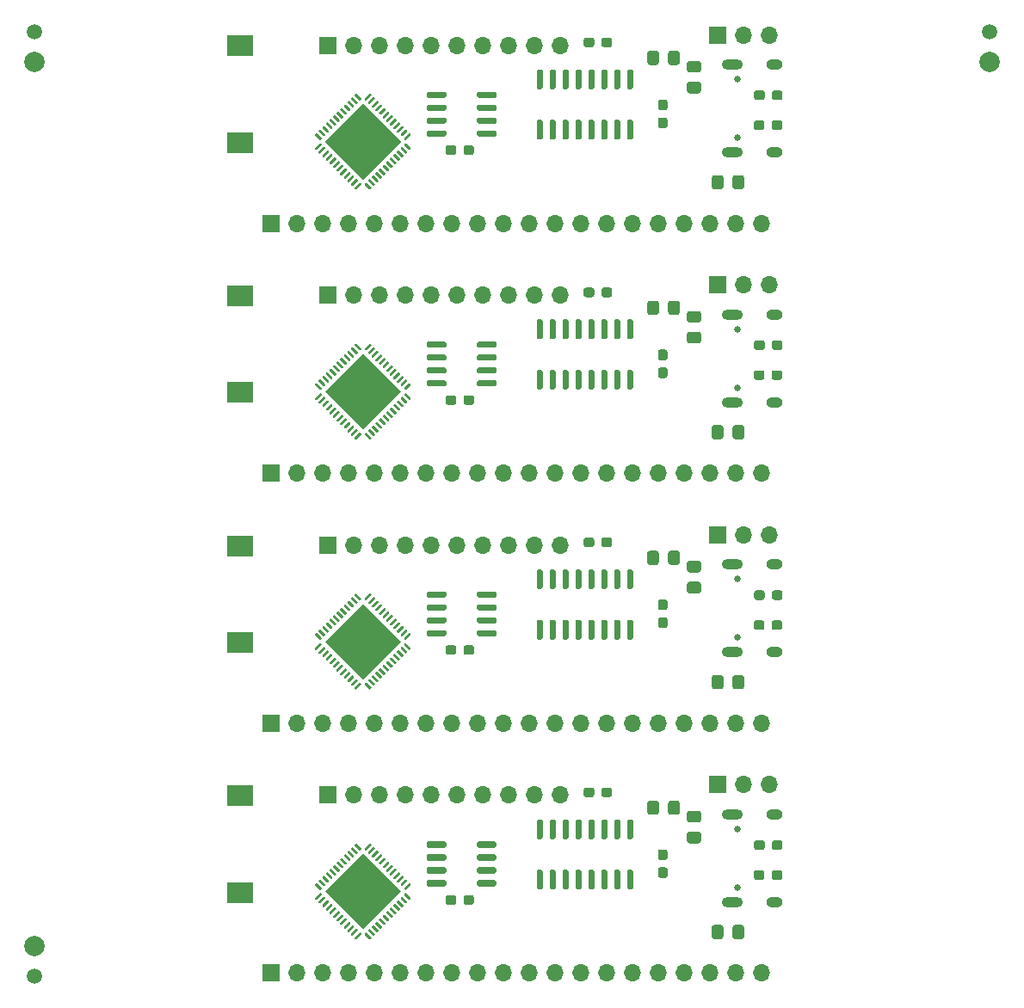
<source format=gbr>
G04 #@! TF.GenerationSoftware,KiCad,Pcbnew,5.1.7-a382d34a8~87~ubuntu20.04.1*
G04 #@! TF.CreationDate,2020-11-13T11:14:20+11:00*
G04 #@! TF.ProjectId,jackco-esp32-pico-panel-v2,6a61636b-636f-42d6-9573-7033322d7069,rev?*
G04 #@! TF.SameCoordinates,Original*
G04 #@! TF.FileFunction,Soldermask,Top*
G04 #@! TF.FilePolarity,Negative*
%FSLAX46Y46*%
G04 Gerber Fmt 4.6, Leading zero omitted, Abs format (unit mm)*
G04 Created by KiCad (PCBNEW 5.1.7-a382d34a8~87~ubuntu20.04.1) date 2020-11-13 11:14:20*
%MOMM*%
%LPD*%
G01*
G04 APERTURE LIST*
%ADD10C,1.500000*%
%ADD11C,2.000000*%
%ADD12R,2.500000X2.000000*%
%ADD13O,1.600000X1.000000*%
%ADD14C,0.650000*%
%ADD15O,2.100000X1.000000*%
%ADD16R,1.700000X1.700000*%
%ADD17O,1.700000X1.700000*%
%ADD18C,0.100000*%
G04 APERTURE END LIST*
D10*
X31575003Y-145712010D03*
X125575002Y-52712010D03*
X31575003Y-52712010D03*
D11*
X31575003Y-142712010D03*
X125575002Y-55712010D03*
X31575003Y-55712010D03*
D12*
X51778001Y-137442016D03*
X51778001Y-127942016D03*
G36*
G01*
X73069001Y-137953516D02*
X73069001Y-138428516D01*
G75*
G02*
X72831501Y-138666016I-237500J0D01*
G01*
X72256501Y-138666016D01*
G75*
G02*
X72019001Y-138428516I0J237500D01*
G01*
X72019001Y-137953516D01*
G75*
G02*
X72256501Y-137716016I237500J0D01*
G01*
X72831501Y-137716016D01*
G75*
G02*
X73069001Y-137953516I0J-237500D01*
G01*
G37*
G36*
G01*
X74819001Y-137953516D02*
X74819001Y-138428516D01*
G75*
G02*
X74581501Y-138666016I-237500J0D01*
G01*
X74006501Y-138666016D01*
G75*
G02*
X73769001Y-138428516I0J237500D01*
G01*
X73769001Y-137953516D01*
G75*
G02*
X74006501Y-137716016I237500J0D01*
G01*
X74581501Y-137716016D01*
G75*
G02*
X74819001Y-137953516I0J-237500D01*
G01*
G37*
G36*
G01*
X93620701Y-136022416D02*
X93145701Y-136022416D01*
G75*
G02*
X92908201Y-135784916I0J237500D01*
G01*
X92908201Y-135209916D01*
G75*
G02*
X93145701Y-134972416I237500J0D01*
G01*
X93620701Y-134972416D01*
G75*
G02*
X93858201Y-135209916I0J-237500D01*
G01*
X93858201Y-135784916D01*
G75*
G02*
X93620701Y-136022416I-237500J0D01*
G01*
G37*
G36*
G01*
X93620701Y-134272416D02*
X93145701Y-134272416D01*
G75*
G02*
X92908201Y-134034916I0J237500D01*
G01*
X92908201Y-133459916D01*
G75*
G02*
X93145701Y-133222416I237500J0D01*
G01*
X93620701Y-133222416D01*
G75*
G02*
X93858201Y-133459916I0J-237500D01*
G01*
X93858201Y-134034916D01*
G75*
G02*
X93620701Y-134272416I-237500J0D01*
G01*
G37*
G36*
G01*
X85594001Y-127828516D02*
X85594001Y-127353516D01*
G75*
G02*
X85831501Y-127116016I237500J0D01*
G01*
X86406501Y-127116016D01*
G75*
G02*
X86644001Y-127353516I0J-237500D01*
G01*
X86644001Y-127828516D01*
G75*
G02*
X86406501Y-128066016I-237500J0D01*
G01*
X85831501Y-128066016D01*
G75*
G02*
X85594001Y-127828516I0J237500D01*
G01*
G37*
G36*
G01*
X87344001Y-127828516D02*
X87344001Y-127353516D01*
G75*
G02*
X87581501Y-127116016I237500J0D01*
G01*
X88156501Y-127116016D01*
G75*
G02*
X88394001Y-127353516I0J-237500D01*
G01*
X88394001Y-127828516D01*
G75*
G02*
X88156501Y-128066016I-237500J0D01*
G01*
X87581501Y-128066016D01*
G75*
G02*
X87344001Y-127828516I0J237500D01*
G01*
G37*
G36*
G01*
X96906602Y-132615616D02*
X96006600Y-132615616D01*
G75*
G02*
X95756601Y-132365617I0J249999D01*
G01*
X95756601Y-131715615D01*
G75*
G02*
X96006600Y-131465616I249999J0D01*
G01*
X96906602Y-131465616D01*
G75*
G02*
X97156601Y-131715615I0J-249999D01*
G01*
X97156601Y-132365617D01*
G75*
G02*
X96906602Y-132615616I-249999J0D01*
G01*
G37*
G36*
G01*
X96906602Y-130565616D02*
X96006600Y-130565616D01*
G75*
G02*
X95756601Y-130315617I0J249999D01*
G01*
X95756601Y-129665615D01*
G75*
G02*
X96006600Y-129415616I249999J0D01*
G01*
X96906602Y-129415616D01*
G75*
G02*
X97156601Y-129665615I0J-249999D01*
G01*
X97156601Y-130315617D01*
G75*
G02*
X96906602Y-130565616I-249999J0D01*
G01*
G37*
G36*
G01*
X91859401Y-129560617D02*
X91859401Y-128660615D01*
G75*
G02*
X92109400Y-128410616I249999J0D01*
G01*
X92759402Y-128410616D01*
G75*
G02*
X93009401Y-128660615I0J-249999D01*
G01*
X93009401Y-129560617D01*
G75*
G02*
X92759402Y-129810616I-249999J0D01*
G01*
X92109400Y-129810616D01*
G75*
G02*
X91859401Y-129560617I0J249999D01*
G01*
G37*
G36*
G01*
X93909401Y-129560617D02*
X93909401Y-128660615D01*
G75*
G02*
X94159400Y-128410616I249999J0D01*
G01*
X94809402Y-128410616D01*
G75*
G02*
X95059401Y-128660615I0J-249999D01*
G01*
X95059401Y-129560617D01*
G75*
G02*
X94809402Y-129810616I-249999J0D01*
G01*
X94159400Y-129810616D01*
G75*
G02*
X93909401Y-129560617I0J249999D01*
G01*
G37*
G36*
G01*
X101400401Y-140903415D02*
X101400401Y-141803417D01*
G75*
G02*
X101150402Y-142053416I-249999J0D01*
G01*
X100500400Y-142053416D01*
G75*
G02*
X100250401Y-141803417I0J249999D01*
G01*
X100250401Y-140903415D01*
G75*
G02*
X100500400Y-140653416I249999J0D01*
G01*
X101150402Y-140653416D01*
G75*
G02*
X101400401Y-140903415I0J-249999D01*
G01*
G37*
G36*
G01*
X99350401Y-140903415D02*
X99350401Y-141803417D01*
G75*
G02*
X99100402Y-142053416I-249999J0D01*
G01*
X98450400Y-142053416D01*
G75*
G02*
X98200401Y-141803417I0J249999D01*
G01*
X98200401Y-140903415D01*
G75*
G02*
X98450400Y-140653416I249999J0D01*
G01*
X99100402Y-140653416D01*
G75*
G02*
X99350401Y-140903415I0J-249999D01*
G01*
G37*
D13*
X104364601Y-138409016D03*
D14*
X100714601Y-136979016D03*
D13*
X104364601Y-129769016D03*
D14*
X100714601Y-131199016D03*
D15*
X100184601Y-129769016D03*
X100184601Y-138409016D03*
D16*
X60414001Y-127866016D03*
D17*
X62954001Y-127866016D03*
X65494001Y-127866016D03*
X68034001Y-127866016D03*
X70574001Y-127866016D03*
X73114001Y-127866016D03*
X75654001Y-127866016D03*
X78194001Y-127866016D03*
X80734001Y-127866016D03*
X83274001Y-127866016D03*
G36*
G01*
X105169001Y-132553516D02*
X105169001Y-133028516D01*
G75*
G02*
X104931501Y-133266016I-237500J0D01*
G01*
X104356501Y-133266016D01*
G75*
G02*
X104119001Y-133028516I0J237500D01*
G01*
X104119001Y-132553516D01*
G75*
G02*
X104356501Y-132316016I237500J0D01*
G01*
X104931501Y-132316016D01*
G75*
G02*
X105169001Y-132553516I0J-237500D01*
G01*
G37*
G36*
G01*
X103419001Y-132553516D02*
X103419001Y-133028516D01*
G75*
G02*
X103181501Y-133266016I-237500J0D01*
G01*
X102606501Y-133266016D01*
G75*
G02*
X102369001Y-133028516I0J237500D01*
G01*
X102369001Y-132553516D01*
G75*
G02*
X102606501Y-132316016I237500J0D01*
G01*
X103181501Y-132316016D01*
G75*
G02*
X103419001Y-132553516I0J-237500D01*
G01*
G37*
G36*
G01*
X105144001Y-135503516D02*
X105144001Y-135978516D01*
G75*
G02*
X104906501Y-136216016I-237500J0D01*
G01*
X104331501Y-136216016D01*
G75*
G02*
X104094001Y-135978516I0J237500D01*
G01*
X104094001Y-135503516D01*
G75*
G02*
X104331501Y-135266016I237500J0D01*
G01*
X104906501Y-135266016D01*
G75*
G02*
X105144001Y-135503516I0J-237500D01*
G01*
G37*
G36*
G01*
X103394001Y-135503516D02*
X103394001Y-135978516D01*
G75*
G02*
X103156501Y-136216016I-237500J0D01*
G01*
X102581501Y-136216016D01*
G75*
G02*
X102344001Y-135978516I0J237500D01*
G01*
X102344001Y-135503516D01*
G75*
G02*
X102581501Y-135266016I237500J0D01*
G01*
X103156501Y-135266016D01*
G75*
G02*
X103394001Y-135503516I0J-237500D01*
G01*
G37*
G36*
G01*
X59264672Y-138174790D02*
X59176283Y-138086401D01*
G75*
G02*
X59176283Y-137998013I44194J44194D01*
G01*
X59653580Y-137520716D01*
G75*
G02*
X59741968Y-137520716I44194J-44194D01*
G01*
X59830357Y-137609105D01*
G75*
G02*
X59830357Y-137697493I-44194J-44194D01*
G01*
X59353060Y-138174790D01*
G75*
G02*
X59264672Y-138174790I-44194J44194D01*
G01*
G37*
G36*
G01*
X59618225Y-138528343D02*
X59529836Y-138439954D01*
G75*
G02*
X59529836Y-138351566I44194J44194D01*
G01*
X60007133Y-137874269D01*
G75*
G02*
X60095521Y-137874269I44194J-44194D01*
G01*
X60183910Y-137962658D01*
G75*
G02*
X60183910Y-138051046I-44194J-44194D01*
G01*
X59706613Y-138528343D01*
G75*
G02*
X59618225Y-138528343I-44194J44194D01*
G01*
G37*
G36*
G01*
X59971779Y-138881897D02*
X59883390Y-138793508D01*
G75*
G02*
X59883390Y-138705120I44194J44194D01*
G01*
X60360687Y-138227823D01*
G75*
G02*
X60449075Y-138227823I44194J-44194D01*
G01*
X60537464Y-138316212D01*
G75*
G02*
X60537464Y-138404600I-44194J-44194D01*
G01*
X60060167Y-138881897D01*
G75*
G02*
X59971779Y-138881897I-44194J44194D01*
G01*
G37*
G36*
G01*
X60325332Y-139235450D02*
X60236943Y-139147061D01*
G75*
G02*
X60236943Y-139058673I44194J44194D01*
G01*
X60714240Y-138581376D01*
G75*
G02*
X60802628Y-138581376I44194J-44194D01*
G01*
X60891017Y-138669765D01*
G75*
G02*
X60891017Y-138758153I-44194J-44194D01*
G01*
X60413720Y-139235450D01*
G75*
G02*
X60325332Y-139235450I-44194J44194D01*
G01*
G37*
G36*
G01*
X60678886Y-139589003D02*
X60590497Y-139500614D01*
G75*
G02*
X60590497Y-139412226I44194J44194D01*
G01*
X61067794Y-138934929D01*
G75*
G02*
X61156182Y-138934929I44194J-44194D01*
G01*
X61244571Y-139023318D01*
G75*
G02*
X61244571Y-139111706I-44194J-44194D01*
G01*
X60767274Y-139589003D01*
G75*
G02*
X60678886Y-139589003I-44194J44194D01*
G01*
G37*
G36*
G01*
X61032439Y-139942557D02*
X60944050Y-139854168D01*
G75*
G02*
X60944050Y-139765780I44194J44194D01*
G01*
X61421347Y-139288483D01*
G75*
G02*
X61509735Y-139288483I44194J-44194D01*
G01*
X61598124Y-139376872D01*
G75*
G02*
X61598124Y-139465260I-44194J-44194D01*
G01*
X61120827Y-139942557D01*
G75*
G02*
X61032439Y-139942557I-44194J44194D01*
G01*
G37*
G36*
G01*
X61385992Y-140296110D02*
X61297603Y-140207721D01*
G75*
G02*
X61297603Y-140119333I44194J44194D01*
G01*
X61774900Y-139642036D01*
G75*
G02*
X61863288Y-139642036I44194J-44194D01*
G01*
X61951677Y-139730425D01*
G75*
G02*
X61951677Y-139818813I-44194J-44194D01*
G01*
X61474380Y-140296110D01*
G75*
G02*
X61385992Y-140296110I-44194J44194D01*
G01*
G37*
G36*
G01*
X61739546Y-140649663D02*
X61651157Y-140561274D01*
G75*
G02*
X61651157Y-140472886I44194J44194D01*
G01*
X62128454Y-139995589D01*
G75*
G02*
X62216842Y-139995589I44194J-44194D01*
G01*
X62305231Y-140083978D01*
G75*
G02*
X62305231Y-140172366I-44194J-44194D01*
G01*
X61827934Y-140649663D01*
G75*
G02*
X61739546Y-140649663I-44194J44194D01*
G01*
G37*
G36*
G01*
X62093099Y-141003217D02*
X62004710Y-140914828D01*
G75*
G02*
X62004710Y-140826440I44194J44194D01*
G01*
X62482007Y-140349143D01*
G75*
G02*
X62570395Y-140349143I44194J-44194D01*
G01*
X62658784Y-140437532D01*
G75*
G02*
X62658784Y-140525920I-44194J-44194D01*
G01*
X62181487Y-141003217D01*
G75*
G02*
X62093099Y-141003217I-44194J44194D01*
G01*
G37*
G36*
G01*
X62446652Y-141356770D02*
X62358263Y-141268381D01*
G75*
G02*
X62358263Y-141179993I44194J44194D01*
G01*
X62835560Y-140702696D01*
G75*
G02*
X62923948Y-140702696I44194J-44194D01*
G01*
X63012337Y-140791085D01*
G75*
G02*
X63012337Y-140879473I-44194J-44194D01*
G01*
X62535040Y-141356770D01*
G75*
G02*
X62446652Y-141356770I-44194J44194D01*
G01*
G37*
G36*
G01*
X62800206Y-141710324D02*
X62711817Y-141621935D01*
G75*
G02*
X62711817Y-141533547I44194J44194D01*
G01*
X63189114Y-141056250D01*
G75*
G02*
X63277502Y-141056250I44194J-44194D01*
G01*
X63365891Y-141144639D01*
G75*
G02*
X63365891Y-141233027I-44194J-44194D01*
G01*
X62888594Y-141710324D01*
G75*
G02*
X62800206Y-141710324I-44194J44194D01*
G01*
G37*
G36*
G01*
X63153759Y-142063877D02*
X63065370Y-141975488D01*
G75*
G02*
X63065370Y-141887100I44194J44194D01*
G01*
X63542667Y-141409803D01*
G75*
G02*
X63631055Y-141409803I44194J-44194D01*
G01*
X63719444Y-141498192D01*
G75*
G02*
X63719444Y-141586580I-44194J-44194D01*
G01*
X63242147Y-142063877D01*
G75*
G02*
X63153759Y-142063877I-44194J44194D01*
G01*
G37*
G36*
G01*
X64532617Y-142063877D02*
X64055320Y-141586580D01*
G75*
G02*
X64055320Y-141498192I44194J44194D01*
G01*
X64143709Y-141409803D01*
G75*
G02*
X64232097Y-141409803I44194J-44194D01*
G01*
X64709394Y-141887100D01*
G75*
G02*
X64709394Y-141975488I-44194J-44194D01*
G01*
X64621005Y-142063877D01*
G75*
G02*
X64532617Y-142063877I-44194J44194D01*
G01*
G37*
G36*
G01*
X64886170Y-141710324D02*
X64408873Y-141233027D01*
G75*
G02*
X64408873Y-141144639I44194J44194D01*
G01*
X64497262Y-141056250D01*
G75*
G02*
X64585650Y-141056250I44194J-44194D01*
G01*
X65062947Y-141533547D01*
G75*
G02*
X65062947Y-141621935I-44194J-44194D01*
G01*
X64974558Y-141710324D01*
G75*
G02*
X64886170Y-141710324I-44194J44194D01*
G01*
G37*
G36*
G01*
X65239724Y-141356770D02*
X64762427Y-140879473D01*
G75*
G02*
X64762427Y-140791085I44194J44194D01*
G01*
X64850816Y-140702696D01*
G75*
G02*
X64939204Y-140702696I44194J-44194D01*
G01*
X65416501Y-141179993D01*
G75*
G02*
X65416501Y-141268381I-44194J-44194D01*
G01*
X65328112Y-141356770D01*
G75*
G02*
X65239724Y-141356770I-44194J44194D01*
G01*
G37*
G36*
G01*
X65593277Y-141003217D02*
X65115980Y-140525920D01*
G75*
G02*
X65115980Y-140437532I44194J44194D01*
G01*
X65204369Y-140349143D01*
G75*
G02*
X65292757Y-140349143I44194J-44194D01*
G01*
X65770054Y-140826440D01*
G75*
G02*
X65770054Y-140914828I-44194J-44194D01*
G01*
X65681665Y-141003217D01*
G75*
G02*
X65593277Y-141003217I-44194J44194D01*
G01*
G37*
G36*
G01*
X65946830Y-140649663D02*
X65469533Y-140172366D01*
G75*
G02*
X65469533Y-140083978I44194J44194D01*
G01*
X65557922Y-139995589D01*
G75*
G02*
X65646310Y-139995589I44194J-44194D01*
G01*
X66123607Y-140472886D01*
G75*
G02*
X66123607Y-140561274I-44194J-44194D01*
G01*
X66035218Y-140649663D01*
G75*
G02*
X65946830Y-140649663I-44194J44194D01*
G01*
G37*
G36*
G01*
X66300384Y-140296110D02*
X65823087Y-139818813D01*
G75*
G02*
X65823087Y-139730425I44194J44194D01*
G01*
X65911476Y-139642036D01*
G75*
G02*
X65999864Y-139642036I44194J-44194D01*
G01*
X66477161Y-140119333D01*
G75*
G02*
X66477161Y-140207721I-44194J-44194D01*
G01*
X66388772Y-140296110D01*
G75*
G02*
X66300384Y-140296110I-44194J44194D01*
G01*
G37*
G36*
G01*
X66653937Y-139942557D02*
X66176640Y-139465260D01*
G75*
G02*
X66176640Y-139376872I44194J44194D01*
G01*
X66265029Y-139288483D01*
G75*
G02*
X66353417Y-139288483I44194J-44194D01*
G01*
X66830714Y-139765780D01*
G75*
G02*
X66830714Y-139854168I-44194J-44194D01*
G01*
X66742325Y-139942557D01*
G75*
G02*
X66653937Y-139942557I-44194J44194D01*
G01*
G37*
G36*
G01*
X67007490Y-139589003D02*
X66530193Y-139111706D01*
G75*
G02*
X66530193Y-139023318I44194J44194D01*
G01*
X66618582Y-138934929D01*
G75*
G02*
X66706970Y-138934929I44194J-44194D01*
G01*
X67184267Y-139412226D01*
G75*
G02*
X67184267Y-139500614I-44194J-44194D01*
G01*
X67095878Y-139589003D01*
G75*
G02*
X67007490Y-139589003I-44194J44194D01*
G01*
G37*
G36*
G01*
X67361044Y-139235450D02*
X66883747Y-138758153D01*
G75*
G02*
X66883747Y-138669765I44194J44194D01*
G01*
X66972136Y-138581376D01*
G75*
G02*
X67060524Y-138581376I44194J-44194D01*
G01*
X67537821Y-139058673D01*
G75*
G02*
X67537821Y-139147061I-44194J-44194D01*
G01*
X67449432Y-139235450D01*
G75*
G02*
X67361044Y-139235450I-44194J44194D01*
G01*
G37*
G36*
G01*
X67714597Y-138881897D02*
X67237300Y-138404600D01*
G75*
G02*
X67237300Y-138316212I44194J44194D01*
G01*
X67325689Y-138227823D01*
G75*
G02*
X67414077Y-138227823I44194J-44194D01*
G01*
X67891374Y-138705120D01*
G75*
G02*
X67891374Y-138793508I-44194J-44194D01*
G01*
X67802985Y-138881897D01*
G75*
G02*
X67714597Y-138881897I-44194J44194D01*
G01*
G37*
G36*
G01*
X68068151Y-138528343D02*
X67590854Y-138051046D01*
G75*
G02*
X67590854Y-137962658I44194J44194D01*
G01*
X67679243Y-137874269D01*
G75*
G02*
X67767631Y-137874269I44194J-44194D01*
G01*
X68244928Y-138351566D01*
G75*
G02*
X68244928Y-138439954I-44194J-44194D01*
G01*
X68156539Y-138528343D01*
G75*
G02*
X68068151Y-138528343I-44194J44194D01*
G01*
G37*
G36*
G01*
X68421704Y-138174790D02*
X67944407Y-137697493D01*
G75*
G02*
X67944407Y-137609105I44194J44194D01*
G01*
X68032796Y-137520716D01*
G75*
G02*
X68121184Y-137520716I44194J-44194D01*
G01*
X68598481Y-137998013D01*
G75*
G02*
X68598481Y-138086401I-44194J-44194D01*
G01*
X68510092Y-138174790D01*
G75*
G02*
X68421704Y-138174790I-44194J44194D01*
G01*
G37*
G36*
G01*
X68032796Y-137184840D02*
X67944407Y-137096451D01*
G75*
G02*
X67944407Y-137008063I44194J44194D01*
G01*
X68421704Y-136530766D01*
G75*
G02*
X68510092Y-136530766I44194J-44194D01*
G01*
X68598481Y-136619155D01*
G75*
G02*
X68598481Y-136707543I-44194J-44194D01*
G01*
X68121184Y-137184840D01*
G75*
G02*
X68032796Y-137184840I-44194J44194D01*
G01*
G37*
G36*
G01*
X67679243Y-136831287D02*
X67590854Y-136742898D01*
G75*
G02*
X67590854Y-136654510I44194J44194D01*
G01*
X68068151Y-136177213D01*
G75*
G02*
X68156539Y-136177213I44194J-44194D01*
G01*
X68244928Y-136265602D01*
G75*
G02*
X68244928Y-136353990I-44194J-44194D01*
G01*
X67767631Y-136831287D01*
G75*
G02*
X67679243Y-136831287I-44194J44194D01*
G01*
G37*
G36*
G01*
X67325689Y-136477733D02*
X67237300Y-136389344D01*
G75*
G02*
X67237300Y-136300956I44194J44194D01*
G01*
X67714597Y-135823659D01*
G75*
G02*
X67802985Y-135823659I44194J-44194D01*
G01*
X67891374Y-135912048D01*
G75*
G02*
X67891374Y-136000436I-44194J-44194D01*
G01*
X67414077Y-136477733D01*
G75*
G02*
X67325689Y-136477733I-44194J44194D01*
G01*
G37*
G36*
G01*
X66972136Y-136124180D02*
X66883747Y-136035791D01*
G75*
G02*
X66883747Y-135947403I44194J44194D01*
G01*
X67361044Y-135470106D01*
G75*
G02*
X67449432Y-135470106I44194J-44194D01*
G01*
X67537821Y-135558495D01*
G75*
G02*
X67537821Y-135646883I-44194J-44194D01*
G01*
X67060524Y-136124180D01*
G75*
G02*
X66972136Y-136124180I-44194J44194D01*
G01*
G37*
G36*
G01*
X66618582Y-135770627D02*
X66530193Y-135682238D01*
G75*
G02*
X66530193Y-135593850I44194J44194D01*
G01*
X67007490Y-135116553D01*
G75*
G02*
X67095878Y-135116553I44194J-44194D01*
G01*
X67184267Y-135204942D01*
G75*
G02*
X67184267Y-135293330I-44194J-44194D01*
G01*
X66706970Y-135770627D01*
G75*
G02*
X66618582Y-135770627I-44194J44194D01*
G01*
G37*
G36*
G01*
X66265029Y-135417073D02*
X66176640Y-135328684D01*
G75*
G02*
X66176640Y-135240296I44194J44194D01*
G01*
X66653937Y-134762999D01*
G75*
G02*
X66742325Y-134762999I44194J-44194D01*
G01*
X66830714Y-134851388D01*
G75*
G02*
X66830714Y-134939776I-44194J-44194D01*
G01*
X66353417Y-135417073D01*
G75*
G02*
X66265029Y-135417073I-44194J44194D01*
G01*
G37*
G36*
G01*
X65911476Y-135063520D02*
X65823087Y-134975131D01*
G75*
G02*
X65823087Y-134886743I44194J44194D01*
G01*
X66300384Y-134409446D01*
G75*
G02*
X66388772Y-134409446I44194J-44194D01*
G01*
X66477161Y-134497835D01*
G75*
G02*
X66477161Y-134586223I-44194J-44194D01*
G01*
X65999864Y-135063520D01*
G75*
G02*
X65911476Y-135063520I-44194J44194D01*
G01*
G37*
G36*
G01*
X65557922Y-134709967D02*
X65469533Y-134621578D01*
G75*
G02*
X65469533Y-134533190I44194J44194D01*
G01*
X65946830Y-134055893D01*
G75*
G02*
X66035218Y-134055893I44194J-44194D01*
G01*
X66123607Y-134144282D01*
G75*
G02*
X66123607Y-134232670I-44194J-44194D01*
G01*
X65646310Y-134709967D01*
G75*
G02*
X65557922Y-134709967I-44194J44194D01*
G01*
G37*
G36*
G01*
X65204369Y-134356413D02*
X65115980Y-134268024D01*
G75*
G02*
X65115980Y-134179636I44194J44194D01*
G01*
X65593277Y-133702339D01*
G75*
G02*
X65681665Y-133702339I44194J-44194D01*
G01*
X65770054Y-133790728D01*
G75*
G02*
X65770054Y-133879116I-44194J-44194D01*
G01*
X65292757Y-134356413D01*
G75*
G02*
X65204369Y-134356413I-44194J44194D01*
G01*
G37*
G36*
G01*
X64850816Y-134002860D02*
X64762427Y-133914471D01*
G75*
G02*
X64762427Y-133826083I44194J44194D01*
G01*
X65239724Y-133348786D01*
G75*
G02*
X65328112Y-133348786I44194J-44194D01*
G01*
X65416501Y-133437175D01*
G75*
G02*
X65416501Y-133525563I-44194J-44194D01*
G01*
X64939204Y-134002860D01*
G75*
G02*
X64850816Y-134002860I-44194J44194D01*
G01*
G37*
G36*
G01*
X64497262Y-133649306D02*
X64408873Y-133560917D01*
G75*
G02*
X64408873Y-133472529I44194J44194D01*
G01*
X64886170Y-132995232D01*
G75*
G02*
X64974558Y-132995232I44194J-44194D01*
G01*
X65062947Y-133083621D01*
G75*
G02*
X65062947Y-133172009I-44194J-44194D01*
G01*
X64585650Y-133649306D01*
G75*
G02*
X64497262Y-133649306I-44194J44194D01*
G01*
G37*
G36*
G01*
X64143709Y-133295753D02*
X64055320Y-133207364D01*
G75*
G02*
X64055320Y-133118976I44194J44194D01*
G01*
X64532617Y-132641679D01*
G75*
G02*
X64621005Y-132641679I44194J-44194D01*
G01*
X64709394Y-132730068D01*
G75*
G02*
X64709394Y-132818456I-44194J-44194D01*
G01*
X64232097Y-133295753D01*
G75*
G02*
X64143709Y-133295753I-44194J44194D01*
G01*
G37*
G36*
G01*
X63542667Y-133295753D02*
X63065370Y-132818456D01*
G75*
G02*
X63065370Y-132730068I44194J44194D01*
G01*
X63153759Y-132641679D01*
G75*
G02*
X63242147Y-132641679I44194J-44194D01*
G01*
X63719444Y-133118976D01*
G75*
G02*
X63719444Y-133207364I-44194J-44194D01*
G01*
X63631055Y-133295753D01*
G75*
G02*
X63542667Y-133295753I-44194J44194D01*
G01*
G37*
G36*
G01*
X63189114Y-133649306D02*
X62711817Y-133172009D01*
G75*
G02*
X62711817Y-133083621I44194J44194D01*
G01*
X62800206Y-132995232D01*
G75*
G02*
X62888594Y-132995232I44194J-44194D01*
G01*
X63365891Y-133472529D01*
G75*
G02*
X63365891Y-133560917I-44194J-44194D01*
G01*
X63277502Y-133649306D01*
G75*
G02*
X63189114Y-133649306I-44194J44194D01*
G01*
G37*
G36*
G01*
X62835560Y-134002860D02*
X62358263Y-133525563D01*
G75*
G02*
X62358263Y-133437175I44194J44194D01*
G01*
X62446652Y-133348786D01*
G75*
G02*
X62535040Y-133348786I44194J-44194D01*
G01*
X63012337Y-133826083D01*
G75*
G02*
X63012337Y-133914471I-44194J-44194D01*
G01*
X62923948Y-134002860D01*
G75*
G02*
X62835560Y-134002860I-44194J44194D01*
G01*
G37*
G36*
G01*
X62482007Y-134356413D02*
X62004710Y-133879116D01*
G75*
G02*
X62004710Y-133790728I44194J44194D01*
G01*
X62093099Y-133702339D01*
G75*
G02*
X62181487Y-133702339I44194J-44194D01*
G01*
X62658784Y-134179636D01*
G75*
G02*
X62658784Y-134268024I-44194J-44194D01*
G01*
X62570395Y-134356413D01*
G75*
G02*
X62482007Y-134356413I-44194J44194D01*
G01*
G37*
G36*
G01*
X62128454Y-134709967D02*
X61651157Y-134232670D01*
G75*
G02*
X61651157Y-134144282I44194J44194D01*
G01*
X61739546Y-134055893D01*
G75*
G02*
X61827934Y-134055893I44194J-44194D01*
G01*
X62305231Y-134533190D01*
G75*
G02*
X62305231Y-134621578I-44194J-44194D01*
G01*
X62216842Y-134709967D01*
G75*
G02*
X62128454Y-134709967I-44194J44194D01*
G01*
G37*
G36*
G01*
X61774900Y-135063520D02*
X61297603Y-134586223D01*
G75*
G02*
X61297603Y-134497835I44194J44194D01*
G01*
X61385992Y-134409446D01*
G75*
G02*
X61474380Y-134409446I44194J-44194D01*
G01*
X61951677Y-134886743D01*
G75*
G02*
X61951677Y-134975131I-44194J-44194D01*
G01*
X61863288Y-135063520D01*
G75*
G02*
X61774900Y-135063520I-44194J44194D01*
G01*
G37*
G36*
G01*
X61421347Y-135417073D02*
X60944050Y-134939776D01*
G75*
G02*
X60944050Y-134851388I44194J44194D01*
G01*
X61032439Y-134762999D01*
G75*
G02*
X61120827Y-134762999I44194J-44194D01*
G01*
X61598124Y-135240296D01*
G75*
G02*
X61598124Y-135328684I-44194J-44194D01*
G01*
X61509735Y-135417073D01*
G75*
G02*
X61421347Y-135417073I-44194J44194D01*
G01*
G37*
G36*
G01*
X61067794Y-135770627D02*
X60590497Y-135293330D01*
G75*
G02*
X60590497Y-135204942I44194J44194D01*
G01*
X60678886Y-135116553D01*
G75*
G02*
X60767274Y-135116553I44194J-44194D01*
G01*
X61244571Y-135593850D01*
G75*
G02*
X61244571Y-135682238I-44194J-44194D01*
G01*
X61156182Y-135770627D01*
G75*
G02*
X61067794Y-135770627I-44194J44194D01*
G01*
G37*
G36*
G01*
X60714240Y-136124180D02*
X60236943Y-135646883D01*
G75*
G02*
X60236943Y-135558495I44194J44194D01*
G01*
X60325332Y-135470106D01*
G75*
G02*
X60413720Y-135470106I44194J-44194D01*
G01*
X60891017Y-135947403D01*
G75*
G02*
X60891017Y-136035791I-44194J-44194D01*
G01*
X60802628Y-136124180D01*
G75*
G02*
X60714240Y-136124180I-44194J44194D01*
G01*
G37*
G36*
G01*
X60360687Y-136477733D02*
X59883390Y-136000436D01*
G75*
G02*
X59883390Y-135912048I44194J44194D01*
G01*
X59971779Y-135823659D01*
G75*
G02*
X60060167Y-135823659I44194J-44194D01*
G01*
X60537464Y-136300956D01*
G75*
G02*
X60537464Y-136389344I-44194J-44194D01*
G01*
X60449075Y-136477733D01*
G75*
G02*
X60360687Y-136477733I-44194J44194D01*
G01*
G37*
G36*
G01*
X60007133Y-136831287D02*
X59529836Y-136353990D01*
G75*
G02*
X59529836Y-136265602I44194J44194D01*
G01*
X59618225Y-136177213D01*
G75*
G02*
X59706613Y-136177213I44194J-44194D01*
G01*
X60183910Y-136654510D01*
G75*
G02*
X60183910Y-136742898I-44194J-44194D01*
G01*
X60095521Y-136831287D01*
G75*
G02*
X60007133Y-136831287I-44194J44194D01*
G01*
G37*
G36*
G01*
X59653580Y-137184840D02*
X59176283Y-136707543D01*
G75*
G02*
X59176283Y-136619155I44194J44194D01*
G01*
X59264672Y-136530766D01*
G75*
G02*
X59353060Y-136530766I44194J-44194D01*
G01*
X59830357Y-137008063D01*
G75*
G02*
X59830357Y-137096451I-44194J-44194D01*
G01*
X59741968Y-137184840D01*
G75*
G02*
X59653580Y-137184840I-44194J44194D01*
G01*
G37*
D18*
G36*
X63887382Y-141100444D02*
G01*
X60139716Y-137352778D01*
X63887382Y-133605112D01*
X67635048Y-137352778D01*
X63887382Y-141100444D01*
G37*
G36*
G01*
X77044001Y-136396016D02*
X77044001Y-136696016D01*
G75*
G02*
X76894001Y-136846016I-150000J0D01*
G01*
X75244001Y-136846016D01*
G75*
G02*
X75094001Y-136696016I0J150000D01*
G01*
X75094001Y-136396016D01*
G75*
G02*
X75244001Y-136246016I150000J0D01*
G01*
X76894001Y-136246016D01*
G75*
G02*
X77044001Y-136396016I0J-150000D01*
G01*
G37*
G36*
G01*
X77044001Y-135126016D02*
X77044001Y-135426016D01*
G75*
G02*
X76894001Y-135576016I-150000J0D01*
G01*
X75244001Y-135576016D01*
G75*
G02*
X75094001Y-135426016I0J150000D01*
G01*
X75094001Y-135126016D01*
G75*
G02*
X75244001Y-134976016I150000J0D01*
G01*
X76894001Y-134976016D01*
G75*
G02*
X77044001Y-135126016I0J-150000D01*
G01*
G37*
G36*
G01*
X77044001Y-133856016D02*
X77044001Y-134156016D01*
G75*
G02*
X76894001Y-134306016I-150000J0D01*
G01*
X75244001Y-134306016D01*
G75*
G02*
X75094001Y-134156016I0J150000D01*
G01*
X75094001Y-133856016D01*
G75*
G02*
X75244001Y-133706016I150000J0D01*
G01*
X76894001Y-133706016D01*
G75*
G02*
X77044001Y-133856016I0J-150000D01*
G01*
G37*
G36*
G01*
X77044001Y-132586016D02*
X77044001Y-132886016D01*
G75*
G02*
X76894001Y-133036016I-150000J0D01*
G01*
X75244001Y-133036016D01*
G75*
G02*
X75094001Y-132886016I0J150000D01*
G01*
X75094001Y-132586016D01*
G75*
G02*
X75244001Y-132436016I150000J0D01*
G01*
X76894001Y-132436016D01*
G75*
G02*
X77044001Y-132586016I0J-150000D01*
G01*
G37*
G36*
G01*
X72094001Y-132586016D02*
X72094001Y-132886016D01*
G75*
G02*
X71944001Y-133036016I-150000J0D01*
G01*
X70294001Y-133036016D01*
G75*
G02*
X70144001Y-132886016I0J150000D01*
G01*
X70144001Y-132586016D01*
G75*
G02*
X70294001Y-132436016I150000J0D01*
G01*
X71944001Y-132436016D01*
G75*
G02*
X72094001Y-132586016I0J-150000D01*
G01*
G37*
G36*
G01*
X72094001Y-133856016D02*
X72094001Y-134156016D01*
G75*
G02*
X71944001Y-134306016I-150000J0D01*
G01*
X70294001Y-134306016D01*
G75*
G02*
X70144001Y-134156016I0J150000D01*
G01*
X70144001Y-133856016D01*
G75*
G02*
X70294001Y-133706016I150000J0D01*
G01*
X71944001Y-133706016D01*
G75*
G02*
X72094001Y-133856016I0J-150000D01*
G01*
G37*
G36*
G01*
X72094001Y-135126016D02*
X72094001Y-135426016D01*
G75*
G02*
X71944001Y-135576016I-150000J0D01*
G01*
X70294001Y-135576016D01*
G75*
G02*
X70144001Y-135426016I0J150000D01*
G01*
X70144001Y-135126016D01*
G75*
G02*
X70294001Y-134976016I150000J0D01*
G01*
X71944001Y-134976016D01*
G75*
G02*
X72094001Y-135126016I0J-150000D01*
G01*
G37*
G36*
G01*
X72094001Y-136396016D02*
X72094001Y-136696016D01*
G75*
G02*
X71944001Y-136846016I-150000J0D01*
G01*
X70294001Y-136846016D01*
G75*
G02*
X70144001Y-136696016I0J150000D01*
G01*
X70144001Y-136396016D01*
G75*
G02*
X70294001Y-136246016I150000J0D01*
G01*
X71944001Y-136246016D01*
G75*
G02*
X72094001Y-136396016I0J-150000D01*
G01*
G37*
G36*
G01*
X90007401Y-130258016D02*
X90307401Y-130258016D01*
G75*
G02*
X90457401Y-130408016I0J-150000D01*
G01*
X90457401Y-132058016D01*
G75*
G02*
X90307401Y-132208016I-150000J0D01*
G01*
X90007401Y-132208016D01*
G75*
G02*
X89857401Y-132058016I0J150000D01*
G01*
X89857401Y-130408016D01*
G75*
G02*
X90007401Y-130258016I150000J0D01*
G01*
G37*
G36*
G01*
X88737401Y-130258016D02*
X89037401Y-130258016D01*
G75*
G02*
X89187401Y-130408016I0J-150000D01*
G01*
X89187401Y-132058016D01*
G75*
G02*
X89037401Y-132208016I-150000J0D01*
G01*
X88737401Y-132208016D01*
G75*
G02*
X88587401Y-132058016I0J150000D01*
G01*
X88587401Y-130408016D01*
G75*
G02*
X88737401Y-130258016I150000J0D01*
G01*
G37*
G36*
G01*
X87467401Y-130258016D02*
X87767401Y-130258016D01*
G75*
G02*
X87917401Y-130408016I0J-150000D01*
G01*
X87917401Y-132058016D01*
G75*
G02*
X87767401Y-132208016I-150000J0D01*
G01*
X87467401Y-132208016D01*
G75*
G02*
X87317401Y-132058016I0J150000D01*
G01*
X87317401Y-130408016D01*
G75*
G02*
X87467401Y-130258016I150000J0D01*
G01*
G37*
G36*
G01*
X86197401Y-130258016D02*
X86497401Y-130258016D01*
G75*
G02*
X86647401Y-130408016I0J-150000D01*
G01*
X86647401Y-132058016D01*
G75*
G02*
X86497401Y-132208016I-150000J0D01*
G01*
X86197401Y-132208016D01*
G75*
G02*
X86047401Y-132058016I0J150000D01*
G01*
X86047401Y-130408016D01*
G75*
G02*
X86197401Y-130258016I150000J0D01*
G01*
G37*
G36*
G01*
X84927401Y-130258016D02*
X85227401Y-130258016D01*
G75*
G02*
X85377401Y-130408016I0J-150000D01*
G01*
X85377401Y-132058016D01*
G75*
G02*
X85227401Y-132208016I-150000J0D01*
G01*
X84927401Y-132208016D01*
G75*
G02*
X84777401Y-132058016I0J150000D01*
G01*
X84777401Y-130408016D01*
G75*
G02*
X84927401Y-130258016I150000J0D01*
G01*
G37*
G36*
G01*
X83657401Y-130258016D02*
X83957401Y-130258016D01*
G75*
G02*
X84107401Y-130408016I0J-150000D01*
G01*
X84107401Y-132058016D01*
G75*
G02*
X83957401Y-132208016I-150000J0D01*
G01*
X83657401Y-132208016D01*
G75*
G02*
X83507401Y-132058016I0J150000D01*
G01*
X83507401Y-130408016D01*
G75*
G02*
X83657401Y-130258016I150000J0D01*
G01*
G37*
G36*
G01*
X82387401Y-130258016D02*
X82687401Y-130258016D01*
G75*
G02*
X82837401Y-130408016I0J-150000D01*
G01*
X82837401Y-132058016D01*
G75*
G02*
X82687401Y-132208016I-150000J0D01*
G01*
X82387401Y-132208016D01*
G75*
G02*
X82237401Y-132058016I0J150000D01*
G01*
X82237401Y-130408016D01*
G75*
G02*
X82387401Y-130258016I150000J0D01*
G01*
G37*
G36*
G01*
X81117401Y-130258016D02*
X81417401Y-130258016D01*
G75*
G02*
X81567401Y-130408016I0J-150000D01*
G01*
X81567401Y-132058016D01*
G75*
G02*
X81417401Y-132208016I-150000J0D01*
G01*
X81117401Y-132208016D01*
G75*
G02*
X80967401Y-132058016I0J150000D01*
G01*
X80967401Y-130408016D01*
G75*
G02*
X81117401Y-130258016I150000J0D01*
G01*
G37*
G36*
G01*
X81117401Y-135208016D02*
X81417401Y-135208016D01*
G75*
G02*
X81567401Y-135358016I0J-150000D01*
G01*
X81567401Y-137008016D01*
G75*
G02*
X81417401Y-137158016I-150000J0D01*
G01*
X81117401Y-137158016D01*
G75*
G02*
X80967401Y-137008016I0J150000D01*
G01*
X80967401Y-135358016D01*
G75*
G02*
X81117401Y-135208016I150000J0D01*
G01*
G37*
G36*
G01*
X82387401Y-135208016D02*
X82687401Y-135208016D01*
G75*
G02*
X82837401Y-135358016I0J-150000D01*
G01*
X82837401Y-137008016D01*
G75*
G02*
X82687401Y-137158016I-150000J0D01*
G01*
X82387401Y-137158016D01*
G75*
G02*
X82237401Y-137008016I0J150000D01*
G01*
X82237401Y-135358016D01*
G75*
G02*
X82387401Y-135208016I150000J0D01*
G01*
G37*
G36*
G01*
X83657401Y-135208016D02*
X83957401Y-135208016D01*
G75*
G02*
X84107401Y-135358016I0J-150000D01*
G01*
X84107401Y-137008016D01*
G75*
G02*
X83957401Y-137158016I-150000J0D01*
G01*
X83657401Y-137158016D01*
G75*
G02*
X83507401Y-137008016I0J150000D01*
G01*
X83507401Y-135358016D01*
G75*
G02*
X83657401Y-135208016I150000J0D01*
G01*
G37*
G36*
G01*
X84927401Y-135208016D02*
X85227401Y-135208016D01*
G75*
G02*
X85377401Y-135358016I0J-150000D01*
G01*
X85377401Y-137008016D01*
G75*
G02*
X85227401Y-137158016I-150000J0D01*
G01*
X84927401Y-137158016D01*
G75*
G02*
X84777401Y-137008016I0J150000D01*
G01*
X84777401Y-135358016D01*
G75*
G02*
X84927401Y-135208016I150000J0D01*
G01*
G37*
G36*
G01*
X86197401Y-135208016D02*
X86497401Y-135208016D01*
G75*
G02*
X86647401Y-135358016I0J-150000D01*
G01*
X86647401Y-137008016D01*
G75*
G02*
X86497401Y-137158016I-150000J0D01*
G01*
X86197401Y-137158016D01*
G75*
G02*
X86047401Y-137008016I0J150000D01*
G01*
X86047401Y-135358016D01*
G75*
G02*
X86197401Y-135208016I150000J0D01*
G01*
G37*
G36*
G01*
X87467401Y-135208016D02*
X87767401Y-135208016D01*
G75*
G02*
X87917401Y-135358016I0J-150000D01*
G01*
X87917401Y-137008016D01*
G75*
G02*
X87767401Y-137158016I-150000J0D01*
G01*
X87467401Y-137158016D01*
G75*
G02*
X87317401Y-137008016I0J150000D01*
G01*
X87317401Y-135358016D01*
G75*
G02*
X87467401Y-135208016I150000J0D01*
G01*
G37*
G36*
G01*
X88737401Y-135208016D02*
X89037401Y-135208016D01*
G75*
G02*
X89187401Y-135358016I0J-150000D01*
G01*
X89187401Y-137008016D01*
G75*
G02*
X89037401Y-137158016I-150000J0D01*
G01*
X88737401Y-137158016D01*
G75*
G02*
X88587401Y-137008016I0J150000D01*
G01*
X88587401Y-135358016D01*
G75*
G02*
X88737401Y-135208016I150000J0D01*
G01*
G37*
G36*
G01*
X90007401Y-135208016D02*
X90307401Y-135208016D01*
G75*
G02*
X90457401Y-135358016I0J-150000D01*
G01*
X90457401Y-137008016D01*
G75*
G02*
X90307401Y-137158016I-150000J0D01*
G01*
X90007401Y-137158016D01*
G75*
G02*
X89857401Y-137008016I0J150000D01*
G01*
X89857401Y-135358016D01*
G75*
G02*
X90007401Y-135208016I150000J0D01*
G01*
G37*
D16*
X54826001Y-145392016D03*
D17*
X57366001Y-145392016D03*
X59906001Y-145392016D03*
X62446001Y-145392016D03*
X64986001Y-145392016D03*
X67526001Y-145392016D03*
X70066001Y-145392016D03*
X72606001Y-145392016D03*
X75146001Y-145392016D03*
X77686001Y-145392016D03*
X80226001Y-145392016D03*
X82766001Y-145392016D03*
X85306001Y-145392016D03*
X87846001Y-145392016D03*
X90386001Y-145392016D03*
X92926001Y-145392016D03*
X95466001Y-145392016D03*
X98006001Y-145392016D03*
X100546001Y-145392016D03*
X103086001Y-145392016D03*
D16*
X98768001Y-126850016D03*
D17*
X101308001Y-126850016D03*
X103848001Y-126850016D03*
D12*
X51778001Y-112836011D03*
X51778001Y-103336011D03*
G36*
G01*
X73069001Y-113347511D02*
X73069001Y-113822511D01*
G75*
G02*
X72831501Y-114060011I-237500J0D01*
G01*
X72256501Y-114060011D01*
G75*
G02*
X72019001Y-113822511I0J237500D01*
G01*
X72019001Y-113347511D01*
G75*
G02*
X72256501Y-113110011I237500J0D01*
G01*
X72831501Y-113110011D01*
G75*
G02*
X73069001Y-113347511I0J-237500D01*
G01*
G37*
G36*
G01*
X74819001Y-113347511D02*
X74819001Y-113822511D01*
G75*
G02*
X74581501Y-114060011I-237500J0D01*
G01*
X74006501Y-114060011D01*
G75*
G02*
X73769001Y-113822511I0J237500D01*
G01*
X73769001Y-113347511D01*
G75*
G02*
X74006501Y-113110011I237500J0D01*
G01*
X74581501Y-113110011D01*
G75*
G02*
X74819001Y-113347511I0J-237500D01*
G01*
G37*
G36*
G01*
X93620701Y-111416411D02*
X93145701Y-111416411D01*
G75*
G02*
X92908201Y-111178911I0J237500D01*
G01*
X92908201Y-110603911D01*
G75*
G02*
X93145701Y-110366411I237500J0D01*
G01*
X93620701Y-110366411D01*
G75*
G02*
X93858201Y-110603911I0J-237500D01*
G01*
X93858201Y-111178911D01*
G75*
G02*
X93620701Y-111416411I-237500J0D01*
G01*
G37*
G36*
G01*
X93620701Y-109666411D02*
X93145701Y-109666411D01*
G75*
G02*
X92908201Y-109428911I0J237500D01*
G01*
X92908201Y-108853911D01*
G75*
G02*
X93145701Y-108616411I237500J0D01*
G01*
X93620701Y-108616411D01*
G75*
G02*
X93858201Y-108853911I0J-237500D01*
G01*
X93858201Y-109428911D01*
G75*
G02*
X93620701Y-109666411I-237500J0D01*
G01*
G37*
G36*
G01*
X85594001Y-103222511D02*
X85594001Y-102747511D01*
G75*
G02*
X85831501Y-102510011I237500J0D01*
G01*
X86406501Y-102510011D01*
G75*
G02*
X86644001Y-102747511I0J-237500D01*
G01*
X86644001Y-103222511D01*
G75*
G02*
X86406501Y-103460011I-237500J0D01*
G01*
X85831501Y-103460011D01*
G75*
G02*
X85594001Y-103222511I0J237500D01*
G01*
G37*
G36*
G01*
X87344001Y-103222511D02*
X87344001Y-102747511D01*
G75*
G02*
X87581501Y-102510011I237500J0D01*
G01*
X88156501Y-102510011D01*
G75*
G02*
X88394001Y-102747511I0J-237500D01*
G01*
X88394001Y-103222511D01*
G75*
G02*
X88156501Y-103460011I-237500J0D01*
G01*
X87581501Y-103460011D01*
G75*
G02*
X87344001Y-103222511I0J237500D01*
G01*
G37*
G36*
G01*
X96906602Y-108009611D02*
X96006600Y-108009611D01*
G75*
G02*
X95756601Y-107759612I0J249999D01*
G01*
X95756601Y-107109610D01*
G75*
G02*
X96006600Y-106859611I249999J0D01*
G01*
X96906602Y-106859611D01*
G75*
G02*
X97156601Y-107109610I0J-249999D01*
G01*
X97156601Y-107759612D01*
G75*
G02*
X96906602Y-108009611I-249999J0D01*
G01*
G37*
G36*
G01*
X96906602Y-105959611D02*
X96006600Y-105959611D01*
G75*
G02*
X95756601Y-105709612I0J249999D01*
G01*
X95756601Y-105059610D01*
G75*
G02*
X96006600Y-104809611I249999J0D01*
G01*
X96906602Y-104809611D01*
G75*
G02*
X97156601Y-105059610I0J-249999D01*
G01*
X97156601Y-105709612D01*
G75*
G02*
X96906602Y-105959611I-249999J0D01*
G01*
G37*
G36*
G01*
X91859401Y-104954612D02*
X91859401Y-104054610D01*
G75*
G02*
X92109400Y-103804611I249999J0D01*
G01*
X92759402Y-103804611D01*
G75*
G02*
X93009401Y-104054610I0J-249999D01*
G01*
X93009401Y-104954612D01*
G75*
G02*
X92759402Y-105204611I-249999J0D01*
G01*
X92109400Y-105204611D01*
G75*
G02*
X91859401Y-104954612I0J249999D01*
G01*
G37*
G36*
G01*
X93909401Y-104954612D02*
X93909401Y-104054610D01*
G75*
G02*
X94159400Y-103804611I249999J0D01*
G01*
X94809402Y-103804611D01*
G75*
G02*
X95059401Y-104054610I0J-249999D01*
G01*
X95059401Y-104954612D01*
G75*
G02*
X94809402Y-105204611I-249999J0D01*
G01*
X94159400Y-105204611D01*
G75*
G02*
X93909401Y-104954612I0J249999D01*
G01*
G37*
G36*
G01*
X101400401Y-116297410D02*
X101400401Y-117197412D01*
G75*
G02*
X101150402Y-117447411I-249999J0D01*
G01*
X100500400Y-117447411D01*
G75*
G02*
X100250401Y-117197412I0J249999D01*
G01*
X100250401Y-116297410D01*
G75*
G02*
X100500400Y-116047411I249999J0D01*
G01*
X101150402Y-116047411D01*
G75*
G02*
X101400401Y-116297410I0J-249999D01*
G01*
G37*
G36*
G01*
X99350401Y-116297410D02*
X99350401Y-117197412D01*
G75*
G02*
X99100402Y-117447411I-249999J0D01*
G01*
X98450400Y-117447411D01*
G75*
G02*
X98200401Y-117197412I0J249999D01*
G01*
X98200401Y-116297410D01*
G75*
G02*
X98450400Y-116047411I249999J0D01*
G01*
X99100402Y-116047411D01*
G75*
G02*
X99350401Y-116297410I0J-249999D01*
G01*
G37*
D13*
X104364601Y-113803011D03*
D14*
X100714601Y-112373011D03*
D13*
X104364601Y-105163011D03*
D14*
X100714601Y-106593011D03*
D15*
X100184601Y-105163011D03*
X100184601Y-113803011D03*
D16*
X60414001Y-103260011D03*
D17*
X62954001Y-103260011D03*
X65494001Y-103260011D03*
X68034001Y-103260011D03*
X70574001Y-103260011D03*
X73114001Y-103260011D03*
X75654001Y-103260011D03*
X78194001Y-103260011D03*
X80734001Y-103260011D03*
X83274001Y-103260011D03*
G36*
G01*
X105169001Y-107947511D02*
X105169001Y-108422511D01*
G75*
G02*
X104931501Y-108660011I-237500J0D01*
G01*
X104356501Y-108660011D01*
G75*
G02*
X104119001Y-108422511I0J237500D01*
G01*
X104119001Y-107947511D01*
G75*
G02*
X104356501Y-107710011I237500J0D01*
G01*
X104931501Y-107710011D01*
G75*
G02*
X105169001Y-107947511I0J-237500D01*
G01*
G37*
G36*
G01*
X103419001Y-107947511D02*
X103419001Y-108422511D01*
G75*
G02*
X103181501Y-108660011I-237500J0D01*
G01*
X102606501Y-108660011D01*
G75*
G02*
X102369001Y-108422511I0J237500D01*
G01*
X102369001Y-107947511D01*
G75*
G02*
X102606501Y-107710011I237500J0D01*
G01*
X103181501Y-107710011D01*
G75*
G02*
X103419001Y-107947511I0J-237500D01*
G01*
G37*
G36*
G01*
X105144001Y-110897511D02*
X105144001Y-111372511D01*
G75*
G02*
X104906501Y-111610011I-237500J0D01*
G01*
X104331501Y-111610011D01*
G75*
G02*
X104094001Y-111372511I0J237500D01*
G01*
X104094001Y-110897511D01*
G75*
G02*
X104331501Y-110660011I237500J0D01*
G01*
X104906501Y-110660011D01*
G75*
G02*
X105144001Y-110897511I0J-237500D01*
G01*
G37*
G36*
G01*
X103394001Y-110897511D02*
X103394001Y-111372511D01*
G75*
G02*
X103156501Y-111610011I-237500J0D01*
G01*
X102581501Y-111610011D01*
G75*
G02*
X102344001Y-111372511I0J237500D01*
G01*
X102344001Y-110897511D01*
G75*
G02*
X102581501Y-110660011I237500J0D01*
G01*
X103156501Y-110660011D01*
G75*
G02*
X103394001Y-110897511I0J-237500D01*
G01*
G37*
G36*
G01*
X59264672Y-113568785D02*
X59176283Y-113480396D01*
G75*
G02*
X59176283Y-113392008I44194J44194D01*
G01*
X59653580Y-112914711D01*
G75*
G02*
X59741968Y-112914711I44194J-44194D01*
G01*
X59830357Y-113003100D01*
G75*
G02*
X59830357Y-113091488I-44194J-44194D01*
G01*
X59353060Y-113568785D01*
G75*
G02*
X59264672Y-113568785I-44194J44194D01*
G01*
G37*
G36*
G01*
X59618225Y-113922338D02*
X59529836Y-113833949D01*
G75*
G02*
X59529836Y-113745561I44194J44194D01*
G01*
X60007133Y-113268264D01*
G75*
G02*
X60095521Y-113268264I44194J-44194D01*
G01*
X60183910Y-113356653D01*
G75*
G02*
X60183910Y-113445041I-44194J-44194D01*
G01*
X59706613Y-113922338D01*
G75*
G02*
X59618225Y-113922338I-44194J44194D01*
G01*
G37*
G36*
G01*
X59971779Y-114275892D02*
X59883390Y-114187503D01*
G75*
G02*
X59883390Y-114099115I44194J44194D01*
G01*
X60360687Y-113621818D01*
G75*
G02*
X60449075Y-113621818I44194J-44194D01*
G01*
X60537464Y-113710207D01*
G75*
G02*
X60537464Y-113798595I-44194J-44194D01*
G01*
X60060167Y-114275892D01*
G75*
G02*
X59971779Y-114275892I-44194J44194D01*
G01*
G37*
G36*
G01*
X60325332Y-114629445D02*
X60236943Y-114541056D01*
G75*
G02*
X60236943Y-114452668I44194J44194D01*
G01*
X60714240Y-113975371D01*
G75*
G02*
X60802628Y-113975371I44194J-44194D01*
G01*
X60891017Y-114063760D01*
G75*
G02*
X60891017Y-114152148I-44194J-44194D01*
G01*
X60413720Y-114629445D01*
G75*
G02*
X60325332Y-114629445I-44194J44194D01*
G01*
G37*
G36*
G01*
X60678886Y-114982998D02*
X60590497Y-114894609D01*
G75*
G02*
X60590497Y-114806221I44194J44194D01*
G01*
X61067794Y-114328924D01*
G75*
G02*
X61156182Y-114328924I44194J-44194D01*
G01*
X61244571Y-114417313D01*
G75*
G02*
X61244571Y-114505701I-44194J-44194D01*
G01*
X60767274Y-114982998D01*
G75*
G02*
X60678886Y-114982998I-44194J44194D01*
G01*
G37*
G36*
G01*
X61032439Y-115336552D02*
X60944050Y-115248163D01*
G75*
G02*
X60944050Y-115159775I44194J44194D01*
G01*
X61421347Y-114682478D01*
G75*
G02*
X61509735Y-114682478I44194J-44194D01*
G01*
X61598124Y-114770867D01*
G75*
G02*
X61598124Y-114859255I-44194J-44194D01*
G01*
X61120827Y-115336552D01*
G75*
G02*
X61032439Y-115336552I-44194J44194D01*
G01*
G37*
G36*
G01*
X61385992Y-115690105D02*
X61297603Y-115601716D01*
G75*
G02*
X61297603Y-115513328I44194J44194D01*
G01*
X61774900Y-115036031D01*
G75*
G02*
X61863288Y-115036031I44194J-44194D01*
G01*
X61951677Y-115124420D01*
G75*
G02*
X61951677Y-115212808I-44194J-44194D01*
G01*
X61474380Y-115690105D01*
G75*
G02*
X61385992Y-115690105I-44194J44194D01*
G01*
G37*
G36*
G01*
X61739546Y-116043658D02*
X61651157Y-115955269D01*
G75*
G02*
X61651157Y-115866881I44194J44194D01*
G01*
X62128454Y-115389584D01*
G75*
G02*
X62216842Y-115389584I44194J-44194D01*
G01*
X62305231Y-115477973D01*
G75*
G02*
X62305231Y-115566361I-44194J-44194D01*
G01*
X61827934Y-116043658D01*
G75*
G02*
X61739546Y-116043658I-44194J44194D01*
G01*
G37*
G36*
G01*
X62093099Y-116397212D02*
X62004710Y-116308823D01*
G75*
G02*
X62004710Y-116220435I44194J44194D01*
G01*
X62482007Y-115743138D01*
G75*
G02*
X62570395Y-115743138I44194J-44194D01*
G01*
X62658784Y-115831527D01*
G75*
G02*
X62658784Y-115919915I-44194J-44194D01*
G01*
X62181487Y-116397212D01*
G75*
G02*
X62093099Y-116397212I-44194J44194D01*
G01*
G37*
G36*
G01*
X62446652Y-116750765D02*
X62358263Y-116662376D01*
G75*
G02*
X62358263Y-116573988I44194J44194D01*
G01*
X62835560Y-116096691D01*
G75*
G02*
X62923948Y-116096691I44194J-44194D01*
G01*
X63012337Y-116185080D01*
G75*
G02*
X63012337Y-116273468I-44194J-44194D01*
G01*
X62535040Y-116750765D01*
G75*
G02*
X62446652Y-116750765I-44194J44194D01*
G01*
G37*
G36*
G01*
X62800206Y-117104319D02*
X62711817Y-117015930D01*
G75*
G02*
X62711817Y-116927542I44194J44194D01*
G01*
X63189114Y-116450245D01*
G75*
G02*
X63277502Y-116450245I44194J-44194D01*
G01*
X63365891Y-116538634D01*
G75*
G02*
X63365891Y-116627022I-44194J-44194D01*
G01*
X62888594Y-117104319D01*
G75*
G02*
X62800206Y-117104319I-44194J44194D01*
G01*
G37*
G36*
G01*
X63153759Y-117457872D02*
X63065370Y-117369483D01*
G75*
G02*
X63065370Y-117281095I44194J44194D01*
G01*
X63542667Y-116803798D01*
G75*
G02*
X63631055Y-116803798I44194J-44194D01*
G01*
X63719444Y-116892187D01*
G75*
G02*
X63719444Y-116980575I-44194J-44194D01*
G01*
X63242147Y-117457872D01*
G75*
G02*
X63153759Y-117457872I-44194J44194D01*
G01*
G37*
G36*
G01*
X64532617Y-117457872D02*
X64055320Y-116980575D01*
G75*
G02*
X64055320Y-116892187I44194J44194D01*
G01*
X64143709Y-116803798D01*
G75*
G02*
X64232097Y-116803798I44194J-44194D01*
G01*
X64709394Y-117281095D01*
G75*
G02*
X64709394Y-117369483I-44194J-44194D01*
G01*
X64621005Y-117457872D01*
G75*
G02*
X64532617Y-117457872I-44194J44194D01*
G01*
G37*
G36*
G01*
X64886170Y-117104319D02*
X64408873Y-116627022D01*
G75*
G02*
X64408873Y-116538634I44194J44194D01*
G01*
X64497262Y-116450245D01*
G75*
G02*
X64585650Y-116450245I44194J-44194D01*
G01*
X65062947Y-116927542D01*
G75*
G02*
X65062947Y-117015930I-44194J-44194D01*
G01*
X64974558Y-117104319D01*
G75*
G02*
X64886170Y-117104319I-44194J44194D01*
G01*
G37*
G36*
G01*
X65239724Y-116750765D02*
X64762427Y-116273468D01*
G75*
G02*
X64762427Y-116185080I44194J44194D01*
G01*
X64850816Y-116096691D01*
G75*
G02*
X64939204Y-116096691I44194J-44194D01*
G01*
X65416501Y-116573988D01*
G75*
G02*
X65416501Y-116662376I-44194J-44194D01*
G01*
X65328112Y-116750765D01*
G75*
G02*
X65239724Y-116750765I-44194J44194D01*
G01*
G37*
G36*
G01*
X65593277Y-116397212D02*
X65115980Y-115919915D01*
G75*
G02*
X65115980Y-115831527I44194J44194D01*
G01*
X65204369Y-115743138D01*
G75*
G02*
X65292757Y-115743138I44194J-44194D01*
G01*
X65770054Y-116220435D01*
G75*
G02*
X65770054Y-116308823I-44194J-44194D01*
G01*
X65681665Y-116397212D01*
G75*
G02*
X65593277Y-116397212I-44194J44194D01*
G01*
G37*
G36*
G01*
X65946830Y-116043658D02*
X65469533Y-115566361D01*
G75*
G02*
X65469533Y-115477973I44194J44194D01*
G01*
X65557922Y-115389584D01*
G75*
G02*
X65646310Y-115389584I44194J-44194D01*
G01*
X66123607Y-115866881D01*
G75*
G02*
X66123607Y-115955269I-44194J-44194D01*
G01*
X66035218Y-116043658D01*
G75*
G02*
X65946830Y-116043658I-44194J44194D01*
G01*
G37*
G36*
G01*
X66300384Y-115690105D02*
X65823087Y-115212808D01*
G75*
G02*
X65823087Y-115124420I44194J44194D01*
G01*
X65911476Y-115036031D01*
G75*
G02*
X65999864Y-115036031I44194J-44194D01*
G01*
X66477161Y-115513328D01*
G75*
G02*
X66477161Y-115601716I-44194J-44194D01*
G01*
X66388772Y-115690105D01*
G75*
G02*
X66300384Y-115690105I-44194J44194D01*
G01*
G37*
G36*
G01*
X66653937Y-115336552D02*
X66176640Y-114859255D01*
G75*
G02*
X66176640Y-114770867I44194J44194D01*
G01*
X66265029Y-114682478D01*
G75*
G02*
X66353417Y-114682478I44194J-44194D01*
G01*
X66830714Y-115159775D01*
G75*
G02*
X66830714Y-115248163I-44194J-44194D01*
G01*
X66742325Y-115336552D01*
G75*
G02*
X66653937Y-115336552I-44194J44194D01*
G01*
G37*
G36*
G01*
X67007490Y-114982998D02*
X66530193Y-114505701D01*
G75*
G02*
X66530193Y-114417313I44194J44194D01*
G01*
X66618582Y-114328924D01*
G75*
G02*
X66706970Y-114328924I44194J-44194D01*
G01*
X67184267Y-114806221D01*
G75*
G02*
X67184267Y-114894609I-44194J-44194D01*
G01*
X67095878Y-114982998D01*
G75*
G02*
X67007490Y-114982998I-44194J44194D01*
G01*
G37*
G36*
G01*
X67361044Y-114629445D02*
X66883747Y-114152148D01*
G75*
G02*
X66883747Y-114063760I44194J44194D01*
G01*
X66972136Y-113975371D01*
G75*
G02*
X67060524Y-113975371I44194J-44194D01*
G01*
X67537821Y-114452668D01*
G75*
G02*
X67537821Y-114541056I-44194J-44194D01*
G01*
X67449432Y-114629445D01*
G75*
G02*
X67361044Y-114629445I-44194J44194D01*
G01*
G37*
G36*
G01*
X67714597Y-114275892D02*
X67237300Y-113798595D01*
G75*
G02*
X67237300Y-113710207I44194J44194D01*
G01*
X67325689Y-113621818D01*
G75*
G02*
X67414077Y-113621818I44194J-44194D01*
G01*
X67891374Y-114099115D01*
G75*
G02*
X67891374Y-114187503I-44194J-44194D01*
G01*
X67802985Y-114275892D01*
G75*
G02*
X67714597Y-114275892I-44194J44194D01*
G01*
G37*
G36*
G01*
X68068151Y-113922338D02*
X67590854Y-113445041D01*
G75*
G02*
X67590854Y-113356653I44194J44194D01*
G01*
X67679243Y-113268264D01*
G75*
G02*
X67767631Y-113268264I44194J-44194D01*
G01*
X68244928Y-113745561D01*
G75*
G02*
X68244928Y-113833949I-44194J-44194D01*
G01*
X68156539Y-113922338D01*
G75*
G02*
X68068151Y-113922338I-44194J44194D01*
G01*
G37*
G36*
G01*
X68421704Y-113568785D02*
X67944407Y-113091488D01*
G75*
G02*
X67944407Y-113003100I44194J44194D01*
G01*
X68032796Y-112914711D01*
G75*
G02*
X68121184Y-112914711I44194J-44194D01*
G01*
X68598481Y-113392008D01*
G75*
G02*
X68598481Y-113480396I-44194J-44194D01*
G01*
X68510092Y-113568785D01*
G75*
G02*
X68421704Y-113568785I-44194J44194D01*
G01*
G37*
G36*
G01*
X68032796Y-112578835D02*
X67944407Y-112490446D01*
G75*
G02*
X67944407Y-112402058I44194J44194D01*
G01*
X68421704Y-111924761D01*
G75*
G02*
X68510092Y-111924761I44194J-44194D01*
G01*
X68598481Y-112013150D01*
G75*
G02*
X68598481Y-112101538I-44194J-44194D01*
G01*
X68121184Y-112578835D01*
G75*
G02*
X68032796Y-112578835I-44194J44194D01*
G01*
G37*
G36*
G01*
X67679243Y-112225282D02*
X67590854Y-112136893D01*
G75*
G02*
X67590854Y-112048505I44194J44194D01*
G01*
X68068151Y-111571208D01*
G75*
G02*
X68156539Y-111571208I44194J-44194D01*
G01*
X68244928Y-111659597D01*
G75*
G02*
X68244928Y-111747985I-44194J-44194D01*
G01*
X67767631Y-112225282D01*
G75*
G02*
X67679243Y-112225282I-44194J44194D01*
G01*
G37*
G36*
G01*
X67325689Y-111871728D02*
X67237300Y-111783339D01*
G75*
G02*
X67237300Y-111694951I44194J44194D01*
G01*
X67714597Y-111217654D01*
G75*
G02*
X67802985Y-111217654I44194J-44194D01*
G01*
X67891374Y-111306043D01*
G75*
G02*
X67891374Y-111394431I-44194J-44194D01*
G01*
X67414077Y-111871728D01*
G75*
G02*
X67325689Y-111871728I-44194J44194D01*
G01*
G37*
G36*
G01*
X66972136Y-111518175D02*
X66883747Y-111429786D01*
G75*
G02*
X66883747Y-111341398I44194J44194D01*
G01*
X67361044Y-110864101D01*
G75*
G02*
X67449432Y-110864101I44194J-44194D01*
G01*
X67537821Y-110952490D01*
G75*
G02*
X67537821Y-111040878I-44194J-44194D01*
G01*
X67060524Y-111518175D01*
G75*
G02*
X66972136Y-111518175I-44194J44194D01*
G01*
G37*
G36*
G01*
X66618582Y-111164622D02*
X66530193Y-111076233D01*
G75*
G02*
X66530193Y-110987845I44194J44194D01*
G01*
X67007490Y-110510548D01*
G75*
G02*
X67095878Y-110510548I44194J-44194D01*
G01*
X67184267Y-110598937D01*
G75*
G02*
X67184267Y-110687325I-44194J-44194D01*
G01*
X66706970Y-111164622D01*
G75*
G02*
X66618582Y-111164622I-44194J44194D01*
G01*
G37*
G36*
G01*
X66265029Y-110811068D02*
X66176640Y-110722679D01*
G75*
G02*
X66176640Y-110634291I44194J44194D01*
G01*
X66653937Y-110156994D01*
G75*
G02*
X66742325Y-110156994I44194J-44194D01*
G01*
X66830714Y-110245383D01*
G75*
G02*
X66830714Y-110333771I-44194J-44194D01*
G01*
X66353417Y-110811068D01*
G75*
G02*
X66265029Y-110811068I-44194J44194D01*
G01*
G37*
G36*
G01*
X65911476Y-110457515D02*
X65823087Y-110369126D01*
G75*
G02*
X65823087Y-110280738I44194J44194D01*
G01*
X66300384Y-109803441D01*
G75*
G02*
X66388772Y-109803441I44194J-44194D01*
G01*
X66477161Y-109891830D01*
G75*
G02*
X66477161Y-109980218I-44194J-44194D01*
G01*
X65999864Y-110457515D01*
G75*
G02*
X65911476Y-110457515I-44194J44194D01*
G01*
G37*
G36*
G01*
X65557922Y-110103962D02*
X65469533Y-110015573D01*
G75*
G02*
X65469533Y-109927185I44194J44194D01*
G01*
X65946830Y-109449888D01*
G75*
G02*
X66035218Y-109449888I44194J-44194D01*
G01*
X66123607Y-109538277D01*
G75*
G02*
X66123607Y-109626665I-44194J-44194D01*
G01*
X65646310Y-110103962D01*
G75*
G02*
X65557922Y-110103962I-44194J44194D01*
G01*
G37*
G36*
G01*
X65204369Y-109750408D02*
X65115980Y-109662019D01*
G75*
G02*
X65115980Y-109573631I44194J44194D01*
G01*
X65593277Y-109096334D01*
G75*
G02*
X65681665Y-109096334I44194J-44194D01*
G01*
X65770054Y-109184723D01*
G75*
G02*
X65770054Y-109273111I-44194J-44194D01*
G01*
X65292757Y-109750408D01*
G75*
G02*
X65204369Y-109750408I-44194J44194D01*
G01*
G37*
G36*
G01*
X64850816Y-109396855D02*
X64762427Y-109308466D01*
G75*
G02*
X64762427Y-109220078I44194J44194D01*
G01*
X65239724Y-108742781D01*
G75*
G02*
X65328112Y-108742781I44194J-44194D01*
G01*
X65416501Y-108831170D01*
G75*
G02*
X65416501Y-108919558I-44194J-44194D01*
G01*
X64939204Y-109396855D01*
G75*
G02*
X64850816Y-109396855I-44194J44194D01*
G01*
G37*
G36*
G01*
X64497262Y-109043301D02*
X64408873Y-108954912D01*
G75*
G02*
X64408873Y-108866524I44194J44194D01*
G01*
X64886170Y-108389227D01*
G75*
G02*
X64974558Y-108389227I44194J-44194D01*
G01*
X65062947Y-108477616D01*
G75*
G02*
X65062947Y-108566004I-44194J-44194D01*
G01*
X64585650Y-109043301D01*
G75*
G02*
X64497262Y-109043301I-44194J44194D01*
G01*
G37*
G36*
G01*
X64143709Y-108689748D02*
X64055320Y-108601359D01*
G75*
G02*
X64055320Y-108512971I44194J44194D01*
G01*
X64532617Y-108035674D01*
G75*
G02*
X64621005Y-108035674I44194J-44194D01*
G01*
X64709394Y-108124063D01*
G75*
G02*
X64709394Y-108212451I-44194J-44194D01*
G01*
X64232097Y-108689748D01*
G75*
G02*
X64143709Y-108689748I-44194J44194D01*
G01*
G37*
G36*
G01*
X63542667Y-108689748D02*
X63065370Y-108212451D01*
G75*
G02*
X63065370Y-108124063I44194J44194D01*
G01*
X63153759Y-108035674D01*
G75*
G02*
X63242147Y-108035674I44194J-44194D01*
G01*
X63719444Y-108512971D01*
G75*
G02*
X63719444Y-108601359I-44194J-44194D01*
G01*
X63631055Y-108689748D01*
G75*
G02*
X63542667Y-108689748I-44194J44194D01*
G01*
G37*
G36*
G01*
X63189114Y-109043301D02*
X62711817Y-108566004D01*
G75*
G02*
X62711817Y-108477616I44194J44194D01*
G01*
X62800206Y-108389227D01*
G75*
G02*
X62888594Y-108389227I44194J-44194D01*
G01*
X63365891Y-108866524D01*
G75*
G02*
X63365891Y-108954912I-44194J-44194D01*
G01*
X63277502Y-109043301D01*
G75*
G02*
X63189114Y-109043301I-44194J44194D01*
G01*
G37*
G36*
G01*
X62835560Y-109396855D02*
X62358263Y-108919558D01*
G75*
G02*
X62358263Y-108831170I44194J44194D01*
G01*
X62446652Y-108742781D01*
G75*
G02*
X62535040Y-108742781I44194J-44194D01*
G01*
X63012337Y-109220078D01*
G75*
G02*
X63012337Y-109308466I-44194J-44194D01*
G01*
X62923948Y-109396855D01*
G75*
G02*
X62835560Y-109396855I-44194J44194D01*
G01*
G37*
G36*
G01*
X62482007Y-109750408D02*
X62004710Y-109273111D01*
G75*
G02*
X62004710Y-109184723I44194J44194D01*
G01*
X62093099Y-109096334D01*
G75*
G02*
X62181487Y-109096334I44194J-44194D01*
G01*
X62658784Y-109573631D01*
G75*
G02*
X62658784Y-109662019I-44194J-44194D01*
G01*
X62570395Y-109750408D01*
G75*
G02*
X62482007Y-109750408I-44194J44194D01*
G01*
G37*
G36*
G01*
X62128454Y-110103962D02*
X61651157Y-109626665D01*
G75*
G02*
X61651157Y-109538277I44194J44194D01*
G01*
X61739546Y-109449888D01*
G75*
G02*
X61827934Y-109449888I44194J-44194D01*
G01*
X62305231Y-109927185D01*
G75*
G02*
X62305231Y-110015573I-44194J-44194D01*
G01*
X62216842Y-110103962D01*
G75*
G02*
X62128454Y-110103962I-44194J44194D01*
G01*
G37*
G36*
G01*
X61774900Y-110457515D02*
X61297603Y-109980218D01*
G75*
G02*
X61297603Y-109891830I44194J44194D01*
G01*
X61385992Y-109803441D01*
G75*
G02*
X61474380Y-109803441I44194J-44194D01*
G01*
X61951677Y-110280738D01*
G75*
G02*
X61951677Y-110369126I-44194J-44194D01*
G01*
X61863288Y-110457515D01*
G75*
G02*
X61774900Y-110457515I-44194J44194D01*
G01*
G37*
G36*
G01*
X61421347Y-110811068D02*
X60944050Y-110333771D01*
G75*
G02*
X60944050Y-110245383I44194J44194D01*
G01*
X61032439Y-110156994D01*
G75*
G02*
X61120827Y-110156994I44194J-44194D01*
G01*
X61598124Y-110634291D01*
G75*
G02*
X61598124Y-110722679I-44194J-44194D01*
G01*
X61509735Y-110811068D01*
G75*
G02*
X61421347Y-110811068I-44194J44194D01*
G01*
G37*
G36*
G01*
X61067794Y-111164622D02*
X60590497Y-110687325D01*
G75*
G02*
X60590497Y-110598937I44194J44194D01*
G01*
X60678886Y-110510548D01*
G75*
G02*
X60767274Y-110510548I44194J-44194D01*
G01*
X61244571Y-110987845D01*
G75*
G02*
X61244571Y-111076233I-44194J-44194D01*
G01*
X61156182Y-111164622D01*
G75*
G02*
X61067794Y-111164622I-44194J44194D01*
G01*
G37*
G36*
G01*
X60714240Y-111518175D02*
X60236943Y-111040878D01*
G75*
G02*
X60236943Y-110952490I44194J44194D01*
G01*
X60325332Y-110864101D01*
G75*
G02*
X60413720Y-110864101I44194J-44194D01*
G01*
X60891017Y-111341398D01*
G75*
G02*
X60891017Y-111429786I-44194J-44194D01*
G01*
X60802628Y-111518175D01*
G75*
G02*
X60714240Y-111518175I-44194J44194D01*
G01*
G37*
G36*
G01*
X60360687Y-111871728D02*
X59883390Y-111394431D01*
G75*
G02*
X59883390Y-111306043I44194J44194D01*
G01*
X59971779Y-111217654D01*
G75*
G02*
X60060167Y-111217654I44194J-44194D01*
G01*
X60537464Y-111694951D01*
G75*
G02*
X60537464Y-111783339I-44194J-44194D01*
G01*
X60449075Y-111871728D01*
G75*
G02*
X60360687Y-111871728I-44194J44194D01*
G01*
G37*
G36*
G01*
X60007133Y-112225282D02*
X59529836Y-111747985D01*
G75*
G02*
X59529836Y-111659597I44194J44194D01*
G01*
X59618225Y-111571208D01*
G75*
G02*
X59706613Y-111571208I44194J-44194D01*
G01*
X60183910Y-112048505D01*
G75*
G02*
X60183910Y-112136893I-44194J-44194D01*
G01*
X60095521Y-112225282D01*
G75*
G02*
X60007133Y-112225282I-44194J44194D01*
G01*
G37*
G36*
G01*
X59653580Y-112578835D02*
X59176283Y-112101538D01*
G75*
G02*
X59176283Y-112013150I44194J44194D01*
G01*
X59264672Y-111924761D01*
G75*
G02*
X59353060Y-111924761I44194J-44194D01*
G01*
X59830357Y-112402058D01*
G75*
G02*
X59830357Y-112490446I-44194J-44194D01*
G01*
X59741968Y-112578835D01*
G75*
G02*
X59653580Y-112578835I-44194J44194D01*
G01*
G37*
D18*
G36*
X63887382Y-116494439D02*
G01*
X60139716Y-112746773D01*
X63887382Y-108999107D01*
X67635048Y-112746773D01*
X63887382Y-116494439D01*
G37*
G36*
G01*
X77044001Y-111790011D02*
X77044001Y-112090011D01*
G75*
G02*
X76894001Y-112240011I-150000J0D01*
G01*
X75244001Y-112240011D01*
G75*
G02*
X75094001Y-112090011I0J150000D01*
G01*
X75094001Y-111790011D01*
G75*
G02*
X75244001Y-111640011I150000J0D01*
G01*
X76894001Y-111640011D01*
G75*
G02*
X77044001Y-111790011I0J-150000D01*
G01*
G37*
G36*
G01*
X77044001Y-110520011D02*
X77044001Y-110820011D01*
G75*
G02*
X76894001Y-110970011I-150000J0D01*
G01*
X75244001Y-110970011D01*
G75*
G02*
X75094001Y-110820011I0J150000D01*
G01*
X75094001Y-110520011D01*
G75*
G02*
X75244001Y-110370011I150000J0D01*
G01*
X76894001Y-110370011D01*
G75*
G02*
X77044001Y-110520011I0J-150000D01*
G01*
G37*
G36*
G01*
X77044001Y-109250011D02*
X77044001Y-109550011D01*
G75*
G02*
X76894001Y-109700011I-150000J0D01*
G01*
X75244001Y-109700011D01*
G75*
G02*
X75094001Y-109550011I0J150000D01*
G01*
X75094001Y-109250011D01*
G75*
G02*
X75244001Y-109100011I150000J0D01*
G01*
X76894001Y-109100011D01*
G75*
G02*
X77044001Y-109250011I0J-150000D01*
G01*
G37*
G36*
G01*
X77044001Y-107980011D02*
X77044001Y-108280011D01*
G75*
G02*
X76894001Y-108430011I-150000J0D01*
G01*
X75244001Y-108430011D01*
G75*
G02*
X75094001Y-108280011I0J150000D01*
G01*
X75094001Y-107980011D01*
G75*
G02*
X75244001Y-107830011I150000J0D01*
G01*
X76894001Y-107830011D01*
G75*
G02*
X77044001Y-107980011I0J-150000D01*
G01*
G37*
G36*
G01*
X72094001Y-107980011D02*
X72094001Y-108280011D01*
G75*
G02*
X71944001Y-108430011I-150000J0D01*
G01*
X70294001Y-108430011D01*
G75*
G02*
X70144001Y-108280011I0J150000D01*
G01*
X70144001Y-107980011D01*
G75*
G02*
X70294001Y-107830011I150000J0D01*
G01*
X71944001Y-107830011D01*
G75*
G02*
X72094001Y-107980011I0J-150000D01*
G01*
G37*
G36*
G01*
X72094001Y-109250011D02*
X72094001Y-109550011D01*
G75*
G02*
X71944001Y-109700011I-150000J0D01*
G01*
X70294001Y-109700011D01*
G75*
G02*
X70144001Y-109550011I0J150000D01*
G01*
X70144001Y-109250011D01*
G75*
G02*
X70294001Y-109100011I150000J0D01*
G01*
X71944001Y-109100011D01*
G75*
G02*
X72094001Y-109250011I0J-150000D01*
G01*
G37*
G36*
G01*
X72094001Y-110520011D02*
X72094001Y-110820011D01*
G75*
G02*
X71944001Y-110970011I-150000J0D01*
G01*
X70294001Y-110970011D01*
G75*
G02*
X70144001Y-110820011I0J150000D01*
G01*
X70144001Y-110520011D01*
G75*
G02*
X70294001Y-110370011I150000J0D01*
G01*
X71944001Y-110370011D01*
G75*
G02*
X72094001Y-110520011I0J-150000D01*
G01*
G37*
G36*
G01*
X72094001Y-111790011D02*
X72094001Y-112090011D01*
G75*
G02*
X71944001Y-112240011I-150000J0D01*
G01*
X70294001Y-112240011D01*
G75*
G02*
X70144001Y-112090011I0J150000D01*
G01*
X70144001Y-111790011D01*
G75*
G02*
X70294001Y-111640011I150000J0D01*
G01*
X71944001Y-111640011D01*
G75*
G02*
X72094001Y-111790011I0J-150000D01*
G01*
G37*
G36*
G01*
X90007401Y-105652011D02*
X90307401Y-105652011D01*
G75*
G02*
X90457401Y-105802011I0J-150000D01*
G01*
X90457401Y-107452011D01*
G75*
G02*
X90307401Y-107602011I-150000J0D01*
G01*
X90007401Y-107602011D01*
G75*
G02*
X89857401Y-107452011I0J150000D01*
G01*
X89857401Y-105802011D01*
G75*
G02*
X90007401Y-105652011I150000J0D01*
G01*
G37*
G36*
G01*
X88737401Y-105652011D02*
X89037401Y-105652011D01*
G75*
G02*
X89187401Y-105802011I0J-150000D01*
G01*
X89187401Y-107452011D01*
G75*
G02*
X89037401Y-107602011I-150000J0D01*
G01*
X88737401Y-107602011D01*
G75*
G02*
X88587401Y-107452011I0J150000D01*
G01*
X88587401Y-105802011D01*
G75*
G02*
X88737401Y-105652011I150000J0D01*
G01*
G37*
G36*
G01*
X87467401Y-105652011D02*
X87767401Y-105652011D01*
G75*
G02*
X87917401Y-105802011I0J-150000D01*
G01*
X87917401Y-107452011D01*
G75*
G02*
X87767401Y-107602011I-150000J0D01*
G01*
X87467401Y-107602011D01*
G75*
G02*
X87317401Y-107452011I0J150000D01*
G01*
X87317401Y-105802011D01*
G75*
G02*
X87467401Y-105652011I150000J0D01*
G01*
G37*
G36*
G01*
X86197401Y-105652011D02*
X86497401Y-105652011D01*
G75*
G02*
X86647401Y-105802011I0J-150000D01*
G01*
X86647401Y-107452011D01*
G75*
G02*
X86497401Y-107602011I-150000J0D01*
G01*
X86197401Y-107602011D01*
G75*
G02*
X86047401Y-107452011I0J150000D01*
G01*
X86047401Y-105802011D01*
G75*
G02*
X86197401Y-105652011I150000J0D01*
G01*
G37*
G36*
G01*
X84927401Y-105652011D02*
X85227401Y-105652011D01*
G75*
G02*
X85377401Y-105802011I0J-150000D01*
G01*
X85377401Y-107452011D01*
G75*
G02*
X85227401Y-107602011I-150000J0D01*
G01*
X84927401Y-107602011D01*
G75*
G02*
X84777401Y-107452011I0J150000D01*
G01*
X84777401Y-105802011D01*
G75*
G02*
X84927401Y-105652011I150000J0D01*
G01*
G37*
G36*
G01*
X83657401Y-105652011D02*
X83957401Y-105652011D01*
G75*
G02*
X84107401Y-105802011I0J-150000D01*
G01*
X84107401Y-107452011D01*
G75*
G02*
X83957401Y-107602011I-150000J0D01*
G01*
X83657401Y-107602011D01*
G75*
G02*
X83507401Y-107452011I0J150000D01*
G01*
X83507401Y-105802011D01*
G75*
G02*
X83657401Y-105652011I150000J0D01*
G01*
G37*
G36*
G01*
X82387401Y-105652011D02*
X82687401Y-105652011D01*
G75*
G02*
X82837401Y-105802011I0J-150000D01*
G01*
X82837401Y-107452011D01*
G75*
G02*
X82687401Y-107602011I-150000J0D01*
G01*
X82387401Y-107602011D01*
G75*
G02*
X82237401Y-107452011I0J150000D01*
G01*
X82237401Y-105802011D01*
G75*
G02*
X82387401Y-105652011I150000J0D01*
G01*
G37*
G36*
G01*
X81117401Y-105652011D02*
X81417401Y-105652011D01*
G75*
G02*
X81567401Y-105802011I0J-150000D01*
G01*
X81567401Y-107452011D01*
G75*
G02*
X81417401Y-107602011I-150000J0D01*
G01*
X81117401Y-107602011D01*
G75*
G02*
X80967401Y-107452011I0J150000D01*
G01*
X80967401Y-105802011D01*
G75*
G02*
X81117401Y-105652011I150000J0D01*
G01*
G37*
G36*
G01*
X81117401Y-110602011D02*
X81417401Y-110602011D01*
G75*
G02*
X81567401Y-110752011I0J-150000D01*
G01*
X81567401Y-112402011D01*
G75*
G02*
X81417401Y-112552011I-150000J0D01*
G01*
X81117401Y-112552011D01*
G75*
G02*
X80967401Y-112402011I0J150000D01*
G01*
X80967401Y-110752011D01*
G75*
G02*
X81117401Y-110602011I150000J0D01*
G01*
G37*
G36*
G01*
X82387401Y-110602011D02*
X82687401Y-110602011D01*
G75*
G02*
X82837401Y-110752011I0J-150000D01*
G01*
X82837401Y-112402011D01*
G75*
G02*
X82687401Y-112552011I-150000J0D01*
G01*
X82387401Y-112552011D01*
G75*
G02*
X82237401Y-112402011I0J150000D01*
G01*
X82237401Y-110752011D01*
G75*
G02*
X82387401Y-110602011I150000J0D01*
G01*
G37*
G36*
G01*
X83657401Y-110602011D02*
X83957401Y-110602011D01*
G75*
G02*
X84107401Y-110752011I0J-150000D01*
G01*
X84107401Y-112402011D01*
G75*
G02*
X83957401Y-112552011I-150000J0D01*
G01*
X83657401Y-112552011D01*
G75*
G02*
X83507401Y-112402011I0J150000D01*
G01*
X83507401Y-110752011D01*
G75*
G02*
X83657401Y-110602011I150000J0D01*
G01*
G37*
G36*
G01*
X84927401Y-110602011D02*
X85227401Y-110602011D01*
G75*
G02*
X85377401Y-110752011I0J-150000D01*
G01*
X85377401Y-112402011D01*
G75*
G02*
X85227401Y-112552011I-150000J0D01*
G01*
X84927401Y-112552011D01*
G75*
G02*
X84777401Y-112402011I0J150000D01*
G01*
X84777401Y-110752011D01*
G75*
G02*
X84927401Y-110602011I150000J0D01*
G01*
G37*
G36*
G01*
X86197401Y-110602011D02*
X86497401Y-110602011D01*
G75*
G02*
X86647401Y-110752011I0J-150000D01*
G01*
X86647401Y-112402011D01*
G75*
G02*
X86497401Y-112552011I-150000J0D01*
G01*
X86197401Y-112552011D01*
G75*
G02*
X86047401Y-112402011I0J150000D01*
G01*
X86047401Y-110752011D01*
G75*
G02*
X86197401Y-110602011I150000J0D01*
G01*
G37*
G36*
G01*
X87467401Y-110602011D02*
X87767401Y-110602011D01*
G75*
G02*
X87917401Y-110752011I0J-150000D01*
G01*
X87917401Y-112402011D01*
G75*
G02*
X87767401Y-112552011I-150000J0D01*
G01*
X87467401Y-112552011D01*
G75*
G02*
X87317401Y-112402011I0J150000D01*
G01*
X87317401Y-110752011D01*
G75*
G02*
X87467401Y-110602011I150000J0D01*
G01*
G37*
G36*
G01*
X88737401Y-110602011D02*
X89037401Y-110602011D01*
G75*
G02*
X89187401Y-110752011I0J-150000D01*
G01*
X89187401Y-112402011D01*
G75*
G02*
X89037401Y-112552011I-150000J0D01*
G01*
X88737401Y-112552011D01*
G75*
G02*
X88587401Y-112402011I0J150000D01*
G01*
X88587401Y-110752011D01*
G75*
G02*
X88737401Y-110602011I150000J0D01*
G01*
G37*
G36*
G01*
X90007401Y-110602011D02*
X90307401Y-110602011D01*
G75*
G02*
X90457401Y-110752011I0J-150000D01*
G01*
X90457401Y-112402011D01*
G75*
G02*
X90307401Y-112552011I-150000J0D01*
G01*
X90007401Y-112552011D01*
G75*
G02*
X89857401Y-112402011I0J150000D01*
G01*
X89857401Y-110752011D01*
G75*
G02*
X90007401Y-110602011I150000J0D01*
G01*
G37*
D16*
X54826001Y-120786011D03*
D17*
X57366001Y-120786011D03*
X59906001Y-120786011D03*
X62446001Y-120786011D03*
X64986001Y-120786011D03*
X67526001Y-120786011D03*
X70066001Y-120786011D03*
X72606001Y-120786011D03*
X75146001Y-120786011D03*
X77686001Y-120786011D03*
X80226001Y-120786011D03*
X82766001Y-120786011D03*
X85306001Y-120786011D03*
X87846001Y-120786011D03*
X90386001Y-120786011D03*
X92926001Y-120786011D03*
X95466001Y-120786011D03*
X98006001Y-120786011D03*
X100546001Y-120786011D03*
X103086001Y-120786011D03*
D16*
X98768001Y-102244011D03*
D17*
X101308001Y-102244011D03*
X103848001Y-102244011D03*
D12*
X51778001Y-88230006D03*
X51778001Y-78730006D03*
G36*
G01*
X73069001Y-88741506D02*
X73069001Y-89216506D01*
G75*
G02*
X72831501Y-89454006I-237500J0D01*
G01*
X72256501Y-89454006D01*
G75*
G02*
X72019001Y-89216506I0J237500D01*
G01*
X72019001Y-88741506D01*
G75*
G02*
X72256501Y-88504006I237500J0D01*
G01*
X72831501Y-88504006D01*
G75*
G02*
X73069001Y-88741506I0J-237500D01*
G01*
G37*
G36*
G01*
X74819001Y-88741506D02*
X74819001Y-89216506D01*
G75*
G02*
X74581501Y-89454006I-237500J0D01*
G01*
X74006501Y-89454006D01*
G75*
G02*
X73769001Y-89216506I0J237500D01*
G01*
X73769001Y-88741506D01*
G75*
G02*
X74006501Y-88504006I237500J0D01*
G01*
X74581501Y-88504006D01*
G75*
G02*
X74819001Y-88741506I0J-237500D01*
G01*
G37*
G36*
G01*
X93620701Y-86810406D02*
X93145701Y-86810406D01*
G75*
G02*
X92908201Y-86572906I0J237500D01*
G01*
X92908201Y-85997906D01*
G75*
G02*
X93145701Y-85760406I237500J0D01*
G01*
X93620701Y-85760406D01*
G75*
G02*
X93858201Y-85997906I0J-237500D01*
G01*
X93858201Y-86572906D01*
G75*
G02*
X93620701Y-86810406I-237500J0D01*
G01*
G37*
G36*
G01*
X93620701Y-85060406D02*
X93145701Y-85060406D01*
G75*
G02*
X92908201Y-84822906I0J237500D01*
G01*
X92908201Y-84247906D01*
G75*
G02*
X93145701Y-84010406I237500J0D01*
G01*
X93620701Y-84010406D01*
G75*
G02*
X93858201Y-84247906I0J-237500D01*
G01*
X93858201Y-84822906D01*
G75*
G02*
X93620701Y-85060406I-237500J0D01*
G01*
G37*
G36*
G01*
X85594001Y-78616506D02*
X85594001Y-78141506D01*
G75*
G02*
X85831501Y-77904006I237500J0D01*
G01*
X86406501Y-77904006D01*
G75*
G02*
X86644001Y-78141506I0J-237500D01*
G01*
X86644001Y-78616506D01*
G75*
G02*
X86406501Y-78854006I-237500J0D01*
G01*
X85831501Y-78854006D01*
G75*
G02*
X85594001Y-78616506I0J237500D01*
G01*
G37*
G36*
G01*
X87344001Y-78616506D02*
X87344001Y-78141506D01*
G75*
G02*
X87581501Y-77904006I237500J0D01*
G01*
X88156501Y-77904006D01*
G75*
G02*
X88394001Y-78141506I0J-237500D01*
G01*
X88394001Y-78616506D01*
G75*
G02*
X88156501Y-78854006I-237500J0D01*
G01*
X87581501Y-78854006D01*
G75*
G02*
X87344001Y-78616506I0J237500D01*
G01*
G37*
G36*
G01*
X96906602Y-83403606D02*
X96006600Y-83403606D01*
G75*
G02*
X95756601Y-83153607I0J249999D01*
G01*
X95756601Y-82503605D01*
G75*
G02*
X96006600Y-82253606I249999J0D01*
G01*
X96906602Y-82253606D01*
G75*
G02*
X97156601Y-82503605I0J-249999D01*
G01*
X97156601Y-83153607D01*
G75*
G02*
X96906602Y-83403606I-249999J0D01*
G01*
G37*
G36*
G01*
X96906602Y-81353606D02*
X96006600Y-81353606D01*
G75*
G02*
X95756601Y-81103607I0J249999D01*
G01*
X95756601Y-80453605D01*
G75*
G02*
X96006600Y-80203606I249999J0D01*
G01*
X96906602Y-80203606D01*
G75*
G02*
X97156601Y-80453605I0J-249999D01*
G01*
X97156601Y-81103607D01*
G75*
G02*
X96906602Y-81353606I-249999J0D01*
G01*
G37*
G36*
G01*
X91859401Y-80348607D02*
X91859401Y-79448605D01*
G75*
G02*
X92109400Y-79198606I249999J0D01*
G01*
X92759402Y-79198606D01*
G75*
G02*
X93009401Y-79448605I0J-249999D01*
G01*
X93009401Y-80348607D01*
G75*
G02*
X92759402Y-80598606I-249999J0D01*
G01*
X92109400Y-80598606D01*
G75*
G02*
X91859401Y-80348607I0J249999D01*
G01*
G37*
G36*
G01*
X93909401Y-80348607D02*
X93909401Y-79448605D01*
G75*
G02*
X94159400Y-79198606I249999J0D01*
G01*
X94809402Y-79198606D01*
G75*
G02*
X95059401Y-79448605I0J-249999D01*
G01*
X95059401Y-80348607D01*
G75*
G02*
X94809402Y-80598606I-249999J0D01*
G01*
X94159400Y-80598606D01*
G75*
G02*
X93909401Y-80348607I0J249999D01*
G01*
G37*
G36*
G01*
X101400401Y-91691405D02*
X101400401Y-92591407D01*
G75*
G02*
X101150402Y-92841406I-249999J0D01*
G01*
X100500400Y-92841406D01*
G75*
G02*
X100250401Y-92591407I0J249999D01*
G01*
X100250401Y-91691405D01*
G75*
G02*
X100500400Y-91441406I249999J0D01*
G01*
X101150402Y-91441406D01*
G75*
G02*
X101400401Y-91691405I0J-249999D01*
G01*
G37*
G36*
G01*
X99350401Y-91691405D02*
X99350401Y-92591407D01*
G75*
G02*
X99100402Y-92841406I-249999J0D01*
G01*
X98450400Y-92841406D01*
G75*
G02*
X98200401Y-92591407I0J249999D01*
G01*
X98200401Y-91691405D01*
G75*
G02*
X98450400Y-91441406I249999J0D01*
G01*
X99100402Y-91441406D01*
G75*
G02*
X99350401Y-91691405I0J-249999D01*
G01*
G37*
D13*
X104364601Y-89197006D03*
D14*
X100714601Y-87767006D03*
D13*
X104364601Y-80557006D03*
D14*
X100714601Y-81987006D03*
D15*
X100184601Y-80557006D03*
X100184601Y-89197006D03*
D16*
X60414001Y-78654006D03*
D17*
X62954001Y-78654006D03*
X65494001Y-78654006D03*
X68034001Y-78654006D03*
X70574001Y-78654006D03*
X73114001Y-78654006D03*
X75654001Y-78654006D03*
X78194001Y-78654006D03*
X80734001Y-78654006D03*
X83274001Y-78654006D03*
G36*
G01*
X105169001Y-83341506D02*
X105169001Y-83816506D01*
G75*
G02*
X104931501Y-84054006I-237500J0D01*
G01*
X104356501Y-84054006D01*
G75*
G02*
X104119001Y-83816506I0J237500D01*
G01*
X104119001Y-83341506D01*
G75*
G02*
X104356501Y-83104006I237500J0D01*
G01*
X104931501Y-83104006D01*
G75*
G02*
X105169001Y-83341506I0J-237500D01*
G01*
G37*
G36*
G01*
X103419001Y-83341506D02*
X103419001Y-83816506D01*
G75*
G02*
X103181501Y-84054006I-237500J0D01*
G01*
X102606501Y-84054006D01*
G75*
G02*
X102369001Y-83816506I0J237500D01*
G01*
X102369001Y-83341506D01*
G75*
G02*
X102606501Y-83104006I237500J0D01*
G01*
X103181501Y-83104006D01*
G75*
G02*
X103419001Y-83341506I0J-237500D01*
G01*
G37*
G36*
G01*
X105144001Y-86291506D02*
X105144001Y-86766506D01*
G75*
G02*
X104906501Y-87004006I-237500J0D01*
G01*
X104331501Y-87004006D01*
G75*
G02*
X104094001Y-86766506I0J237500D01*
G01*
X104094001Y-86291506D01*
G75*
G02*
X104331501Y-86054006I237500J0D01*
G01*
X104906501Y-86054006D01*
G75*
G02*
X105144001Y-86291506I0J-237500D01*
G01*
G37*
G36*
G01*
X103394001Y-86291506D02*
X103394001Y-86766506D01*
G75*
G02*
X103156501Y-87004006I-237500J0D01*
G01*
X102581501Y-87004006D01*
G75*
G02*
X102344001Y-86766506I0J237500D01*
G01*
X102344001Y-86291506D01*
G75*
G02*
X102581501Y-86054006I237500J0D01*
G01*
X103156501Y-86054006D01*
G75*
G02*
X103394001Y-86291506I0J-237500D01*
G01*
G37*
G36*
G01*
X59264672Y-88962780D02*
X59176283Y-88874391D01*
G75*
G02*
X59176283Y-88786003I44194J44194D01*
G01*
X59653580Y-88308706D01*
G75*
G02*
X59741968Y-88308706I44194J-44194D01*
G01*
X59830357Y-88397095D01*
G75*
G02*
X59830357Y-88485483I-44194J-44194D01*
G01*
X59353060Y-88962780D01*
G75*
G02*
X59264672Y-88962780I-44194J44194D01*
G01*
G37*
G36*
G01*
X59618225Y-89316333D02*
X59529836Y-89227944D01*
G75*
G02*
X59529836Y-89139556I44194J44194D01*
G01*
X60007133Y-88662259D01*
G75*
G02*
X60095521Y-88662259I44194J-44194D01*
G01*
X60183910Y-88750648D01*
G75*
G02*
X60183910Y-88839036I-44194J-44194D01*
G01*
X59706613Y-89316333D01*
G75*
G02*
X59618225Y-89316333I-44194J44194D01*
G01*
G37*
G36*
G01*
X59971779Y-89669887D02*
X59883390Y-89581498D01*
G75*
G02*
X59883390Y-89493110I44194J44194D01*
G01*
X60360687Y-89015813D01*
G75*
G02*
X60449075Y-89015813I44194J-44194D01*
G01*
X60537464Y-89104202D01*
G75*
G02*
X60537464Y-89192590I-44194J-44194D01*
G01*
X60060167Y-89669887D01*
G75*
G02*
X59971779Y-89669887I-44194J44194D01*
G01*
G37*
G36*
G01*
X60325332Y-90023440D02*
X60236943Y-89935051D01*
G75*
G02*
X60236943Y-89846663I44194J44194D01*
G01*
X60714240Y-89369366D01*
G75*
G02*
X60802628Y-89369366I44194J-44194D01*
G01*
X60891017Y-89457755D01*
G75*
G02*
X60891017Y-89546143I-44194J-44194D01*
G01*
X60413720Y-90023440D01*
G75*
G02*
X60325332Y-90023440I-44194J44194D01*
G01*
G37*
G36*
G01*
X60678886Y-90376993D02*
X60590497Y-90288604D01*
G75*
G02*
X60590497Y-90200216I44194J44194D01*
G01*
X61067794Y-89722919D01*
G75*
G02*
X61156182Y-89722919I44194J-44194D01*
G01*
X61244571Y-89811308D01*
G75*
G02*
X61244571Y-89899696I-44194J-44194D01*
G01*
X60767274Y-90376993D01*
G75*
G02*
X60678886Y-90376993I-44194J44194D01*
G01*
G37*
G36*
G01*
X61032439Y-90730547D02*
X60944050Y-90642158D01*
G75*
G02*
X60944050Y-90553770I44194J44194D01*
G01*
X61421347Y-90076473D01*
G75*
G02*
X61509735Y-90076473I44194J-44194D01*
G01*
X61598124Y-90164862D01*
G75*
G02*
X61598124Y-90253250I-44194J-44194D01*
G01*
X61120827Y-90730547D01*
G75*
G02*
X61032439Y-90730547I-44194J44194D01*
G01*
G37*
G36*
G01*
X61385992Y-91084100D02*
X61297603Y-90995711D01*
G75*
G02*
X61297603Y-90907323I44194J44194D01*
G01*
X61774900Y-90430026D01*
G75*
G02*
X61863288Y-90430026I44194J-44194D01*
G01*
X61951677Y-90518415D01*
G75*
G02*
X61951677Y-90606803I-44194J-44194D01*
G01*
X61474380Y-91084100D01*
G75*
G02*
X61385992Y-91084100I-44194J44194D01*
G01*
G37*
G36*
G01*
X61739546Y-91437653D02*
X61651157Y-91349264D01*
G75*
G02*
X61651157Y-91260876I44194J44194D01*
G01*
X62128454Y-90783579D01*
G75*
G02*
X62216842Y-90783579I44194J-44194D01*
G01*
X62305231Y-90871968D01*
G75*
G02*
X62305231Y-90960356I-44194J-44194D01*
G01*
X61827934Y-91437653D01*
G75*
G02*
X61739546Y-91437653I-44194J44194D01*
G01*
G37*
G36*
G01*
X62093099Y-91791207D02*
X62004710Y-91702818D01*
G75*
G02*
X62004710Y-91614430I44194J44194D01*
G01*
X62482007Y-91137133D01*
G75*
G02*
X62570395Y-91137133I44194J-44194D01*
G01*
X62658784Y-91225522D01*
G75*
G02*
X62658784Y-91313910I-44194J-44194D01*
G01*
X62181487Y-91791207D01*
G75*
G02*
X62093099Y-91791207I-44194J44194D01*
G01*
G37*
G36*
G01*
X62446652Y-92144760D02*
X62358263Y-92056371D01*
G75*
G02*
X62358263Y-91967983I44194J44194D01*
G01*
X62835560Y-91490686D01*
G75*
G02*
X62923948Y-91490686I44194J-44194D01*
G01*
X63012337Y-91579075D01*
G75*
G02*
X63012337Y-91667463I-44194J-44194D01*
G01*
X62535040Y-92144760D01*
G75*
G02*
X62446652Y-92144760I-44194J44194D01*
G01*
G37*
G36*
G01*
X62800206Y-92498314D02*
X62711817Y-92409925D01*
G75*
G02*
X62711817Y-92321537I44194J44194D01*
G01*
X63189114Y-91844240D01*
G75*
G02*
X63277502Y-91844240I44194J-44194D01*
G01*
X63365891Y-91932629D01*
G75*
G02*
X63365891Y-92021017I-44194J-44194D01*
G01*
X62888594Y-92498314D01*
G75*
G02*
X62800206Y-92498314I-44194J44194D01*
G01*
G37*
G36*
G01*
X63153759Y-92851867D02*
X63065370Y-92763478D01*
G75*
G02*
X63065370Y-92675090I44194J44194D01*
G01*
X63542667Y-92197793D01*
G75*
G02*
X63631055Y-92197793I44194J-44194D01*
G01*
X63719444Y-92286182D01*
G75*
G02*
X63719444Y-92374570I-44194J-44194D01*
G01*
X63242147Y-92851867D01*
G75*
G02*
X63153759Y-92851867I-44194J44194D01*
G01*
G37*
G36*
G01*
X64532617Y-92851867D02*
X64055320Y-92374570D01*
G75*
G02*
X64055320Y-92286182I44194J44194D01*
G01*
X64143709Y-92197793D01*
G75*
G02*
X64232097Y-92197793I44194J-44194D01*
G01*
X64709394Y-92675090D01*
G75*
G02*
X64709394Y-92763478I-44194J-44194D01*
G01*
X64621005Y-92851867D01*
G75*
G02*
X64532617Y-92851867I-44194J44194D01*
G01*
G37*
G36*
G01*
X64886170Y-92498314D02*
X64408873Y-92021017D01*
G75*
G02*
X64408873Y-91932629I44194J44194D01*
G01*
X64497262Y-91844240D01*
G75*
G02*
X64585650Y-91844240I44194J-44194D01*
G01*
X65062947Y-92321537D01*
G75*
G02*
X65062947Y-92409925I-44194J-44194D01*
G01*
X64974558Y-92498314D01*
G75*
G02*
X64886170Y-92498314I-44194J44194D01*
G01*
G37*
G36*
G01*
X65239724Y-92144760D02*
X64762427Y-91667463D01*
G75*
G02*
X64762427Y-91579075I44194J44194D01*
G01*
X64850816Y-91490686D01*
G75*
G02*
X64939204Y-91490686I44194J-44194D01*
G01*
X65416501Y-91967983D01*
G75*
G02*
X65416501Y-92056371I-44194J-44194D01*
G01*
X65328112Y-92144760D01*
G75*
G02*
X65239724Y-92144760I-44194J44194D01*
G01*
G37*
G36*
G01*
X65593277Y-91791207D02*
X65115980Y-91313910D01*
G75*
G02*
X65115980Y-91225522I44194J44194D01*
G01*
X65204369Y-91137133D01*
G75*
G02*
X65292757Y-91137133I44194J-44194D01*
G01*
X65770054Y-91614430D01*
G75*
G02*
X65770054Y-91702818I-44194J-44194D01*
G01*
X65681665Y-91791207D01*
G75*
G02*
X65593277Y-91791207I-44194J44194D01*
G01*
G37*
G36*
G01*
X65946830Y-91437653D02*
X65469533Y-90960356D01*
G75*
G02*
X65469533Y-90871968I44194J44194D01*
G01*
X65557922Y-90783579D01*
G75*
G02*
X65646310Y-90783579I44194J-44194D01*
G01*
X66123607Y-91260876D01*
G75*
G02*
X66123607Y-91349264I-44194J-44194D01*
G01*
X66035218Y-91437653D01*
G75*
G02*
X65946830Y-91437653I-44194J44194D01*
G01*
G37*
G36*
G01*
X66300384Y-91084100D02*
X65823087Y-90606803D01*
G75*
G02*
X65823087Y-90518415I44194J44194D01*
G01*
X65911476Y-90430026D01*
G75*
G02*
X65999864Y-90430026I44194J-44194D01*
G01*
X66477161Y-90907323D01*
G75*
G02*
X66477161Y-90995711I-44194J-44194D01*
G01*
X66388772Y-91084100D01*
G75*
G02*
X66300384Y-91084100I-44194J44194D01*
G01*
G37*
G36*
G01*
X66653937Y-90730547D02*
X66176640Y-90253250D01*
G75*
G02*
X66176640Y-90164862I44194J44194D01*
G01*
X66265029Y-90076473D01*
G75*
G02*
X66353417Y-90076473I44194J-44194D01*
G01*
X66830714Y-90553770D01*
G75*
G02*
X66830714Y-90642158I-44194J-44194D01*
G01*
X66742325Y-90730547D01*
G75*
G02*
X66653937Y-90730547I-44194J44194D01*
G01*
G37*
G36*
G01*
X67007490Y-90376993D02*
X66530193Y-89899696D01*
G75*
G02*
X66530193Y-89811308I44194J44194D01*
G01*
X66618582Y-89722919D01*
G75*
G02*
X66706970Y-89722919I44194J-44194D01*
G01*
X67184267Y-90200216D01*
G75*
G02*
X67184267Y-90288604I-44194J-44194D01*
G01*
X67095878Y-90376993D01*
G75*
G02*
X67007490Y-90376993I-44194J44194D01*
G01*
G37*
G36*
G01*
X67361044Y-90023440D02*
X66883747Y-89546143D01*
G75*
G02*
X66883747Y-89457755I44194J44194D01*
G01*
X66972136Y-89369366D01*
G75*
G02*
X67060524Y-89369366I44194J-44194D01*
G01*
X67537821Y-89846663D01*
G75*
G02*
X67537821Y-89935051I-44194J-44194D01*
G01*
X67449432Y-90023440D01*
G75*
G02*
X67361044Y-90023440I-44194J44194D01*
G01*
G37*
G36*
G01*
X67714597Y-89669887D02*
X67237300Y-89192590D01*
G75*
G02*
X67237300Y-89104202I44194J44194D01*
G01*
X67325689Y-89015813D01*
G75*
G02*
X67414077Y-89015813I44194J-44194D01*
G01*
X67891374Y-89493110D01*
G75*
G02*
X67891374Y-89581498I-44194J-44194D01*
G01*
X67802985Y-89669887D01*
G75*
G02*
X67714597Y-89669887I-44194J44194D01*
G01*
G37*
G36*
G01*
X68068151Y-89316333D02*
X67590854Y-88839036D01*
G75*
G02*
X67590854Y-88750648I44194J44194D01*
G01*
X67679243Y-88662259D01*
G75*
G02*
X67767631Y-88662259I44194J-44194D01*
G01*
X68244928Y-89139556D01*
G75*
G02*
X68244928Y-89227944I-44194J-44194D01*
G01*
X68156539Y-89316333D01*
G75*
G02*
X68068151Y-89316333I-44194J44194D01*
G01*
G37*
G36*
G01*
X68421704Y-88962780D02*
X67944407Y-88485483D01*
G75*
G02*
X67944407Y-88397095I44194J44194D01*
G01*
X68032796Y-88308706D01*
G75*
G02*
X68121184Y-88308706I44194J-44194D01*
G01*
X68598481Y-88786003D01*
G75*
G02*
X68598481Y-88874391I-44194J-44194D01*
G01*
X68510092Y-88962780D01*
G75*
G02*
X68421704Y-88962780I-44194J44194D01*
G01*
G37*
G36*
G01*
X68032796Y-87972830D02*
X67944407Y-87884441D01*
G75*
G02*
X67944407Y-87796053I44194J44194D01*
G01*
X68421704Y-87318756D01*
G75*
G02*
X68510092Y-87318756I44194J-44194D01*
G01*
X68598481Y-87407145D01*
G75*
G02*
X68598481Y-87495533I-44194J-44194D01*
G01*
X68121184Y-87972830D01*
G75*
G02*
X68032796Y-87972830I-44194J44194D01*
G01*
G37*
G36*
G01*
X67679243Y-87619277D02*
X67590854Y-87530888D01*
G75*
G02*
X67590854Y-87442500I44194J44194D01*
G01*
X68068151Y-86965203D01*
G75*
G02*
X68156539Y-86965203I44194J-44194D01*
G01*
X68244928Y-87053592D01*
G75*
G02*
X68244928Y-87141980I-44194J-44194D01*
G01*
X67767631Y-87619277D01*
G75*
G02*
X67679243Y-87619277I-44194J44194D01*
G01*
G37*
G36*
G01*
X67325689Y-87265723D02*
X67237300Y-87177334D01*
G75*
G02*
X67237300Y-87088946I44194J44194D01*
G01*
X67714597Y-86611649D01*
G75*
G02*
X67802985Y-86611649I44194J-44194D01*
G01*
X67891374Y-86700038D01*
G75*
G02*
X67891374Y-86788426I-44194J-44194D01*
G01*
X67414077Y-87265723D01*
G75*
G02*
X67325689Y-87265723I-44194J44194D01*
G01*
G37*
G36*
G01*
X66972136Y-86912170D02*
X66883747Y-86823781D01*
G75*
G02*
X66883747Y-86735393I44194J44194D01*
G01*
X67361044Y-86258096D01*
G75*
G02*
X67449432Y-86258096I44194J-44194D01*
G01*
X67537821Y-86346485D01*
G75*
G02*
X67537821Y-86434873I-44194J-44194D01*
G01*
X67060524Y-86912170D01*
G75*
G02*
X66972136Y-86912170I-44194J44194D01*
G01*
G37*
G36*
G01*
X66618582Y-86558617D02*
X66530193Y-86470228D01*
G75*
G02*
X66530193Y-86381840I44194J44194D01*
G01*
X67007490Y-85904543D01*
G75*
G02*
X67095878Y-85904543I44194J-44194D01*
G01*
X67184267Y-85992932D01*
G75*
G02*
X67184267Y-86081320I-44194J-44194D01*
G01*
X66706970Y-86558617D01*
G75*
G02*
X66618582Y-86558617I-44194J44194D01*
G01*
G37*
G36*
G01*
X66265029Y-86205063D02*
X66176640Y-86116674D01*
G75*
G02*
X66176640Y-86028286I44194J44194D01*
G01*
X66653937Y-85550989D01*
G75*
G02*
X66742325Y-85550989I44194J-44194D01*
G01*
X66830714Y-85639378D01*
G75*
G02*
X66830714Y-85727766I-44194J-44194D01*
G01*
X66353417Y-86205063D01*
G75*
G02*
X66265029Y-86205063I-44194J44194D01*
G01*
G37*
G36*
G01*
X65911476Y-85851510D02*
X65823087Y-85763121D01*
G75*
G02*
X65823087Y-85674733I44194J44194D01*
G01*
X66300384Y-85197436D01*
G75*
G02*
X66388772Y-85197436I44194J-44194D01*
G01*
X66477161Y-85285825D01*
G75*
G02*
X66477161Y-85374213I-44194J-44194D01*
G01*
X65999864Y-85851510D01*
G75*
G02*
X65911476Y-85851510I-44194J44194D01*
G01*
G37*
G36*
G01*
X65557922Y-85497957D02*
X65469533Y-85409568D01*
G75*
G02*
X65469533Y-85321180I44194J44194D01*
G01*
X65946830Y-84843883D01*
G75*
G02*
X66035218Y-84843883I44194J-44194D01*
G01*
X66123607Y-84932272D01*
G75*
G02*
X66123607Y-85020660I-44194J-44194D01*
G01*
X65646310Y-85497957D01*
G75*
G02*
X65557922Y-85497957I-44194J44194D01*
G01*
G37*
G36*
G01*
X65204369Y-85144403D02*
X65115980Y-85056014D01*
G75*
G02*
X65115980Y-84967626I44194J44194D01*
G01*
X65593277Y-84490329D01*
G75*
G02*
X65681665Y-84490329I44194J-44194D01*
G01*
X65770054Y-84578718D01*
G75*
G02*
X65770054Y-84667106I-44194J-44194D01*
G01*
X65292757Y-85144403D01*
G75*
G02*
X65204369Y-85144403I-44194J44194D01*
G01*
G37*
G36*
G01*
X64850816Y-84790850D02*
X64762427Y-84702461D01*
G75*
G02*
X64762427Y-84614073I44194J44194D01*
G01*
X65239724Y-84136776D01*
G75*
G02*
X65328112Y-84136776I44194J-44194D01*
G01*
X65416501Y-84225165D01*
G75*
G02*
X65416501Y-84313553I-44194J-44194D01*
G01*
X64939204Y-84790850D01*
G75*
G02*
X64850816Y-84790850I-44194J44194D01*
G01*
G37*
G36*
G01*
X64497262Y-84437296D02*
X64408873Y-84348907D01*
G75*
G02*
X64408873Y-84260519I44194J44194D01*
G01*
X64886170Y-83783222D01*
G75*
G02*
X64974558Y-83783222I44194J-44194D01*
G01*
X65062947Y-83871611D01*
G75*
G02*
X65062947Y-83959999I-44194J-44194D01*
G01*
X64585650Y-84437296D01*
G75*
G02*
X64497262Y-84437296I-44194J44194D01*
G01*
G37*
G36*
G01*
X64143709Y-84083743D02*
X64055320Y-83995354D01*
G75*
G02*
X64055320Y-83906966I44194J44194D01*
G01*
X64532617Y-83429669D01*
G75*
G02*
X64621005Y-83429669I44194J-44194D01*
G01*
X64709394Y-83518058D01*
G75*
G02*
X64709394Y-83606446I-44194J-44194D01*
G01*
X64232097Y-84083743D01*
G75*
G02*
X64143709Y-84083743I-44194J44194D01*
G01*
G37*
G36*
G01*
X63542667Y-84083743D02*
X63065370Y-83606446D01*
G75*
G02*
X63065370Y-83518058I44194J44194D01*
G01*
X63153759Y-83429669D01*
G75*
G02*
X63242147Y-83429669I44194J-44194D01*
G01*
X63719444Y-83906966D01*
G75*
G02*
X63719444Y-83995354I-44194J-44194D01*
G01*
X63631055Y-84083743D01*
G75*
G02*
X63542667Y-84083743I-44194J44194D01*
G01*
G37*
G36*
G01*
X63189114Y-84437296D02*
X62711817Y-83959999D01*
G75*
G02*
X62711817Y-83871611I44194J44194D01*
G01*
X62800206Y-83783222D01*
G75*
G02*
X62888594Y-83783222I44194J-44194D01*
G01*
X63365891Y-84260519D01*
G75*
G02*
X63365891Y-84348907I-44194J-44194D01*
G01*
X63277502Y-84437296D01*
G75*
G02*
X63189114Y-84437296I-44194J44194D01*
G01*
G37*
G36*
G01*
X62835560Y-84790850D02*
X62358263Y-84313553D01*
G75*
G02*
X62358263Y-84225165I44194J44194D01*
G01*
X62446652Y-84136776D01*
G75*
G02*
X62535040Y-84136776I44194J-44194D01*
G01*
X63012337Y-84614073D01*
G75*
G02*
X63012337Y-84702461I-44194J-44194D01*
G01*
X62923948Y-84790850D01*
G75*
G02*
X62835560Y-84790850I-44194J44194D01*
G01*
G37*
G36*
G01*
X62482007Y-85144403D02*
X62004710Y-84667106D01*
G75*
G02*
X62004710Y-84578718I44194J44194D01*
G01*
X62093099Y-84490329D01*
G75*
G02*
X62181487Y-84490329I44194J-44194D01*
G01*
X62658784Y-84967626D01*
G75*
G02*
X62658784Y-85056014I-44194J-44194D01*
G01*
X62570395Y-85144403D01*
G75*
G02*
X62482007Y-85144403I-44194J44194D01*
G01*
G37*
G36*
G01*
X62128454Y-85497957D02*
X61651157Y-85020660D01*
G75*
G02*
X61651157Y-84932272I44194J44194D01*
G01*
X61739546Y-84843883D01*
G75*
G02*
X61827934Y-84843883I44194J-44194D01*
G01*
X62305231Y-85321180D01*
G75*
G02*
X62305231Y-85409568I-44194J-44194D01*
G01*
X62216842Y-85497957D01*
G75*
G02*
X62128454Y-85497957I-44194J44194D01*
G01*
G37*
G36*
G01*
X61774900Y-85851510D02*
X61297603Y-85374213D01*
G75*
G02*
X61297603Y-85285825I44194J44194D01*
G01*
X61385992Y-85197436D01*
G75*
G02*
X61474380Y-85197436I44194J-44194D01*
G01*
X61951677Y-85674733D01*
G75*
G02*
X61951677Y-85763121I-44194J-44194D01*
G01*
X61863288Y-85851510D01*
G75*
G02*
X61774900Y-85851510I-44194J44194D01*
G01*
G37*
G36*
G01*
X61421347Y-86205063D02*
X60944050Y-85727766D01*
G75*
G02*
X60944050Y-85639378I44194J44194D01*
G01*
X61032439Y-85550989D01*
G75*
G02*
X61120827Y-85550989I44194J-44194D01*
G01*
X61598124Y-86028286D01*
G75*
G02*
X61598124Y-86116674I-44194J-44194D01*
G01*
X61509735Y-86205063D01*
G75*
G02*
X61421347Y-86205063I-44194J44194D01*
G01*
G37*
G36*
G01*
X61067794Y-86558617D02*
X60590497Y-86081320D01*
G75*
G02*
X60590497Y-85992932I44194J44194D01*
G01*
X60678886Y-85904543D01*
G75*
G02*
X60767274Y-85904543I44194J-44194D01*
G01*
X61244571Y-86381840D01*
G75*
G02*
X61244571Y-86470228I-44194J-44194D01*
G01*
X61156182Y-86558617D01*
G75*
G02*
X61067794Y-86558617I-44194J44194D01*
G01*
G37*
G36*
G01*
X60714240Y-86912170D02*
X60236943Y-86434873D01*
G75*
G02*
X60236943Y-86346485I44194J44194D01*
G01*
X60325332Y-86258096D01*
G75*
G02*
X60413720Y-86258096I44194J-44194D01*
G01*
X60891017Y-86735393D01*
G75*
G02*
X60891017Y-86823781I-44194J-44194D01*
G01*
X60802628Y-86912170D01*
G75*
G02*
X60714240Y-86912170I-44194J44194D01*
G01*
G37*
G36*
G01*
X60360687Y-87265723D02*
X59883390Y-86788426D01*
G75*
G02*
X59883390Y-86700038I44194J44194D01*
G01*
X59971779Y-86611649D01*
G75*
G02*
X60060167Y-86611649I44194J-44194D01*
G01*
X60537464Y-87088946D01*
G75*
G02*
X60537464Y-87177334I-44194J-44194D01*
G01*
X60449075Y-87265723D01*
G75*
G02*
X60360687Y-87265723I-44194J44194D01*
G01*
G37*
G36*
G01*
X60007133Y-87619277D02*
X59529836Y-87141980D01*
G75*
G02*
X59529836Y-87053592I44194J44194D01*
G01*
X59618225Y-86965203D01*
G75*
G02*
X59706613Y-86965203I44194J-44194D01*
G01*
X60183910Y-87442500D01*
G75*
G02*
X60183910Y-87530888I-44194J-44194D01*
G01*
X60095521Y-87619277D01*
G75*
G02*
X60007133Y-87619277I-44194J44194D01*
G01*
G37*
G36*
G01*
X59653580Y-87972830D02*
X59176283Y-87495533D01*
G75*
G02*
X59176283Y-87407145I44194J44194D01*
G01*
X59264672Y-87318756D01*
G75*
G02*
X59353060Y-87318756I44194J-44194D01*
G01*
X59830357Y-87796053D01*
G75*
G02*
X59830357Y-87884441I-44194J-44194D01*
G01*
X59741968Y-87972830D01*
G75*
G02*
X59653580Y-87972830I-44194J44194D01*
G01*
G37*
D18*
G36*
X63887382Y-91888434D02*
G01*
X60139716Y-88140768D01*
X63887382Y-84393102D01*
X67635048Y-88140768D01*
X63887382Y-91888434D01*
G37*
G36*
G01*
X77044001Y-87184006D02*
X77044001Y-87484006D01*
G75*
G02*
X76894001Y-87634006I-150000J0D01*
G01*
X75244001Y-87634006D01*
G75*
G02*
X75094001Y-87484006I0J150000D01*
G01*
X75094001Y-87184006D01*
G75*
G02*
X75244001Y-87034006I150000J0D01*
G01*
X76894001Y-87034006D01*
G75*
G02*
X77044001Y-87184006I0J-150000D01*
G01*
G37*
G36*
G01*
X77044001Y-85914006D02*
X77044001Y-86214006D01*
G75*
G02*
X76894001Y-86364006I-150000J0D01*
G01*
X75244001Y-86364006D01*
G75*
G02*
X75094001Y-86214006I0J150000D01*
G01*
X75094001Y-85914006D01*
G75*
G02*
X75244001Y-85764006I150000J0D01*
G01*
X76894001Y-85764006D01*
G75*
G02*
X77044001Y-85914006I0J-150000D01*
G01*
G37*
G36*
G01*
X77044001Y-84644006D02*
X77044001Y-84944006D01*
G75*
G02*
X76894001Y-85094006I-150000J0D01*
G01*
X75244001Y-85094006D01*
G75*
G02*
X75094001Y-84944006I0J150000D01*
G01*
X75094001Y-84644006D01*
G75*
G02*
X75244001Y-84494006I150000J0D01*
G01*
X76894001Y-84494006D01*
G75*
G02*
X77044001Y-84644006I0J-150000D01*
G01*
G37*
G36*
G01*
X77044001Y-83374006D02*
X77044001Y-83674006D01*
G75*
G02*
X76894001Y-83824006I-150000J0D01*
G01*
X75244001Y-83824006D01*
G75*
G02*
X75094001Y-83674006I0J150000D01*
G01*
X75094001Y-83374006D01*
G75*
G02*
X75244001Y-83224006I150000J0D01*
G01*
X76894001Y-83224006D01*
G75*
G02*
X77044001Y-83374006I0J-150000D01*
G01*
G37*
G36*
G01*
X72094001Y-83374006D02*
X72094001Y-83674006D01*
G75*
G02*
X71944001Y-83824006I-150000J0D01*
G01*
X70294001Y-83824006D01*
G75*
G02*
X70144001Y-83674006I0J150000D01*
G01*
X70144001Y-83374006D01*
G75*
G02*
X70294001Y-83224006I150000J0D01*
G01*
X71944001Y-83224006D01*
G75*
G02*
X72094001Y-83374006I0J-150000D01*
G01*
G37*
G36*
G01*
X72094001Y-84644006D02*
X72094001Y-84944006D01*
G75*
G02*
X71944001Y-85094006I-150000J0D01*
G01*
X70294001Y-85094006D01*
G75*
G02*
X70144001Y-84944006I0J150000D01*
G01*
X70144001Y-84644006D01*
G75*
G02*
X70294001Y-84494006I150000J0D01*
G01*
X71944001Y-84494006D01*
G75*
G02*
X72094001Y-84644006I0J-150000D01*
G01*
G37*
G36*
G01*
X72094001Y-85914006D02*
X72094001Y-86214006D01*
G75*
G02*
X71944001Y-86364006I-150000J0D01*
G01*
X70294001Y-86364006D01*
G75*
G02*
X70144001Y-86214006I0J150000D01*
G01*
X70144001Y-85914006D01*
G75*
G02*
X70294001Y-85764006I150000J0D01*
G01*
X71944001Y-85764006D01*
G75*
G02*
X72094001Y-85914006I0J-150000D01*
G01*
G37*
G36*
G01*
X72094001Y-87184006D02*
X72094001Y-87484006D01*
G75*
G02*
X71944001Y-87634006I-150000J0D01*
G01*
X70294001Y-87634006D01*
G75*
G02*
X70144001Y-87484006I0J150000D01*
G01*
X70144001Y-87184006D01*
G75*
G02*
X70294001Y-87034006I150000J0D01*
G01*
X71944001Y-87034006D01*
G75*
G02*
X72094001Y-87184006I0J-150000D01*
G01*
G37*
G36*
G01*
X90007401Y-81046006D02*
X90307401Y-81046006D01*
G75*
G02*
X90457401Y-81196006I0J-150000D01*
G01*
X90457401Y-82846006D01*
G75*
G02*
X90307401Y-82996006I-150000J0D01*
G01*
X90007401Y-82996006D01*
G75*
G02*
X89857401Y-82846006I0J150000D01*
G01*
X89857401Y-81196006D01*
G75*
G02*
X90007401Y-81046006I150000J0D01*
G01*
G37*
G36*
G01*
X88737401Y-81046006D02*
X89037401Y-81046006D01*
G75*
G02*
X89187401Y-81196006I0J-150000D01*
G01*
X89187401Y-82846006D01*
G75*
G02*
X89037401Y-82996006I-150000J0D01*
G01*
X88737401Y-82996006D01*
G75*
G02*
X88587401Y-82846006I0J150000D01*
G01*
X88587401Y-81196006D01*
G75*
G02*
X88737401Y-81046006I150000J0D01*
G01*
G37*
G36*
G01*
X87467401Y-81046006D02*
X87767401Y-81046006D01*
G75*
G02*
X87917401Y-81196006I0J-150000D01*
G01*
X87917401Y-82846006D01*
G75*
G02*
X87767401Y-82996006I-150000J0D01*
G01*
X87467401Y-82996006D01*
G75*
G02*
X87317401Y-82846006I0J150000D01*
G01*
X87317401Y-81196006D01*
G75*
G02*
X87467401Y-81046006I150000J0D01*
G01*
G37*
G36*
G01*
X86197401Y-81046006D02*
X86497401Y-81046006D01*
G75*
G02*
X86647401Y-81196006I0J-150000D01*
G01*
X86647401Y-82846006D01*
G75*
G02*
X86497401Y-82996006I-150000J0D01*
G01*
X86197401Y-82996006D01*
G75*
G02*
X86047401Y-82846006I0J150000D01*
G01*
X86047401Y-81196006D01*
G75*
G02*
X86197401Y-81046006I150000J0D01*
G01*
G37*
G36*
G01*
X84927401Y-81046006D02*
X85227401Y-81046006D01*
G75*
G02*
X85377401Y-81196006I0J-150000D01*
G01*
X85377401Y-82846006D01*
G75*
G02*
X85227401Y-82996006I-150000J0D01*
G01*
X84927401Y-82996006D01*
G75*
G02*
X84777401Y-82846006I0J150000D01*
G01*
X84777401Y-81196006D01*
G75*
G02*
X84927401Y-81046006I150000J0D01*
G01*
G37*
G36*
G01*
X83657401Y-81046006D02*
X83957401Y-81046006D01*
G75*
G02*
X84107401Y-81196006I0J-150000D01*
G01*
X84107401Y-82846006D01*
G75*
G02*
X83957401Y-82996006I-150000J0D01*
G01*
X83657401Y-82996006D01*
G75*
G02*
X83507401Y-82846006I0J150000D01*
G01*
X83507401Y-81196006D01*
G75*
G02*
X83657401Y-81046006I150000J0D01*
G01*
G37*
G36*
G01*
X82387401Y-81046006D02*
X82687401Y-81046006D01*
G75*
G02*
X82837401Y-81196006I0J-150000D01*
G01*
X82837401Y-82846006D01*
G75*
G02*
X82687401Y-82996006I-150000J0D01*
G01*
X82387401Y-82996006D01*
G75*
G02*
X82237401Y-82846006I0J150000D01*
G01*
X82237401Y-81196006D01*
G75*
G02*
X82387401Y-81046006I150000J0D01*
G01*
G37*
G36*
G01*
X81117401Y-81046006D02*
X81417401Y-81046006D01*
G75*
G02*
X81567401Y-81196006I0J-150000D01*
G01*
X81567401Y-82846006D01*
G75*
G02*
X81417401Y-82996006I-150000J0D01*
G01*
X81117401Y-82996006D01*
G75*
G02*
X80967401Y-82846006I0J150000D01*
G01*
X80967401Y-81196006D01*
G75*
G02*
X81117401Y-81046006I150000J0D01*
G01*
G37*
G36*
G01*
X81117401Y-85996006D02*
X81417401Y-85996006D01*
G75*
G02*
X81567401Y-86146006I0J-150000D01*
G01*
X81567401Y-87796006D01*
G75*
G02*
X81417401Y-87946006I-150000J0D01*
G01*
X81117401Y-87946006D01*
G75*
G02*
X80967401Y-87796006I0J150000D01*
G01*
X80967401Y-86146006D01*
G75*
G02*
X81117401Y-85996006I150000J0D01*
G01*
G37*
G36*
G01*
X82387401Y-85996006D02*
X82687401Y-85996006D01*
G75*
G02*
X82837401Y-86146006I0J-150000D01*
G01*
X82837401Y-87796006D01*
G75*
G02*
X82687401Y-87946006I-150000J0D01*
G01*
X82387401Y-87946006D01*
G75*
G02*
X82237401Y-87796006I0J150000D01*
G01*
X82237401Y-86146006D01*
G75*
G02*
X82387401Y-85996006I150000J0D01*
G01*
G37*
G36*
G01*
X83657401Y-85996006D02*
X83957401Y-85996006D01*
G75*
G02*
X84107401Y-86146006I0J-150000D01*
G01*
X84107401Y-87796006D01*
G75*
G02*
X83957401Y-87946006I-150000J0D01*
G01*
X83657401Y-87946006D01*
G75*
G02*
X83507401Y-87796006I0J150000D01*
G01*
X83507401Y-86146006D01*
G75*
G02*
X83657401Y-85996006I150000J0D01*
G01*
G37*
G36*
G01*
X84927401Y-85996006D02*
X85227401Y-85996006D01*
G75*
G02*
X85377401Y-86146006I0J-150000D01*
G01*
X85377401Y-87796006D01*
G75*
G02*
X85227401Y-87946006I-150000J0D01*
G01*
X84927401Y-87946006D01*
G75*
G02*
X84777401Y-87796006I0J150000D01*
G01*
X84777401Y-86146006D01*
G75*
G02*
X84927401Y-85996006I150000J0D01*
G01*
G37*
G36*
G01*
X86197401Y-85996006D02*
X86497401Y-85996006D01*
G75*
G02*
X86647401Y-86146006I0J-150000D01*
G01*
X86647401Y-87796006D01*
G75*
G02*
X86497401Y-87946006I-150000J0D01*
G01*
X86197401Y-87946006D01*
G75*
G02*
X86047401Y-87796006I0J150000D01*
G01*
X86047401Y-86146006D01*
G75*
G02*
X86197401Y-85996006I150000J0D01*
G01*
G37*
G36*
G01*
X87467401Y-85996006D02*
X87767401Y-85996006D01*
G75*
G02*
X87917401Y-86146006I0J-150000D01*
G01*
X87917401Y-87796006D01*
G75*
G02*
X87767401Y-87946006I-150000J0D01*
G01*
X87467401Y-87946006D01*
G75*
G02*
X87317401Y-87796006I0J150000D01*
G01*
X87317401Y-86146006D01*
G75*
G02*
X87467401Y-85996006I150000J0D01*
G01*
G37*
G36*
G01*
X88737401Y-85996006D02*
X89037401Y-85996006D01*
G75*
G02*
X89187401Y-86146006I0J-150000D01*
G01*
X89187401Y-87796006D01*
G75*
G02*
X89037401Y-87946006I-150000J0D01*
G01*
X88737401Y-87946006D01*
G75*
G02*
X88587401Y-87796006I0J150000D01*
G01*
X88587401Y-86146006D01*
G75*
G02*
X88737401Y-85996006I150000J0D01*
G01*
G37*
G36*
G01*
X90007401Y-85996006D02*
X90307401Y-85996006D01*
G75*
G02*
X90457401Y-86146006I0J-150000D01*
G01*
X90457401Y-87796006D01*
G75*
G02*
X90307401Y-87946006I-150000J0D01*
G01*
X90007401Y-87946006D01*
G75*
G02*
X89857401Y-87796006I0J150000D01*
G01*
X89857401Y-86146006D01*
G75*
G02*
X90007401Y-85996006I150000J0D01*
G01*
G37*
D16*
X54826001Y-96180006D03*
D17*
X57366001Y-96180006D03*
X59906001Y-96180006D03*
X62446001Y-96180006D03*
X64986001Y-96180006D03*
X67526001Y-96180006D03*
X70066001Y-96180006D03*
X72606001Y-96180006D03*
X75146001Y-96180006D03*
X77686001Y-96180006D03*
X80226001Y-96180006D03*
X82766001Y-96180006D03*
X85306001Y-96180006D03*
X87846001Y-96180006D03*
X90386001Y-96180006D03*
X92926001Y-96180006D03*
X95466001Y-96180006D03*
X98006001Y-96180006D03*
X100546001Y-96180006D03*
X103086001Y-96180006D03*
D16*
X98768001Y-77638006D03*
D17*
X101308001Y-77638006D03*
X103848001Y-77638006D03*
D12*
X51778001Y-63624001D03*
X51778001Y-54124001D03*
G36*
G01*
X73069001Y-64135501D02*
X73069001Y-64610501D01*
G75*
G02*
X72831501Y-64848001I-237500J0D01*
G01*
X72256501Y-64848001D01*
G75*
G02*
X72019001Y-64610501I0J237500D01*
G01*
X72019001Y-64135501D01*
G75*
G02*
X72256501Y-63898001I237500J0D01*
G01*
X72831501Y-63898001D01*
G75*
G02*
X73069001Y-64135501I0J-237500D01*
G01*
G37*
G36*
G01*
X74819001Y-64135501D02*
X74819001Y-64610501D01*
G75*
G02*
X74581501Y-64848001I-237500J0D01*
G01*
X74006501Y-64848001D01*
G75*
G02*
X73769001Y-64610501I0J237500D01*
G01*
X73769001Y-64135501D01*
G75*
G02*
X74006501Y-63898001I237500J0D01*
G01*
X74581501Y-63898001D01*
G75*
G02*
X74819001Y-64135501I0J-237500D01*
G01*
G37*
G36*
G01*
X93620701Y-62204401D02*
X93145701Y-62204401D01*
G75*
G02*
X92908201Y-61966901I0J237500D01*
G01*
X92908201Y-61391901D01*
G75*
G02*
X93145701Y-61154401I237500J0D01*
G01*
X93620701Y-61154401D01*
G75*
G02*
X93858201Y-61391901I0J-237500D01*
G01*
X93858201Y-61966901D01*
G75*
G02*
X93620701Y-62204401I-237500J0D01*
G01*
G37*
G36*
G01*
X93620701Y-60454401D02*
X93145701Y-60454401D01*
G75*
G02*
X92908201Y-60216901I0J237500D01*
G01*
X92908201Y-59641901D01*
G75*
G02*
X93145701Y-59404401I237500J0D01*
G01*
X93620701Y-59404401D01*
G75*
G02*
X93858201Y-59641901I0J-237500D01*
G01*
X93858201Y-60216901D01*
G75*
G02*
X93620701Y-60454401I-237500J0D01*
G01*
G37*
G36*
G01*
X85594001Y-54010501D02*
X85594001Y-53535501D01*
G75*
G02*
X85831501Y-53298001I237500J0D01*
G01*
X86406501Y-53298001D01*
G75*
G02*
X86644001Y-53535501I0J-237500D01*
G01*
X86644001Y-54010501D01*
G75*
G02*
X86406501Y-54248001I-237500J0D01*
G01*
X85831501Y-54248001D01*
G75*
G02*
X85594001Y-54010501I0J237500D01*
G01*
G37*
G36*
G01*
X87344001Y-54010501D02*
X87344001Y-53535501D01*
G75*
G02*
X87581501Y-53298001I237500J0D01*
G01*
X88156501Y-53298001D01*
G75*
G02*
X88394001Y-53535501I0J-237500D01*
G01*
X88394001Y-54010501D01*
G75*
G02*
X88156501Y-54248001I-237500J0D01*
G01*
X87581501Y-54248001D01*
G75*
G02*
X87344001Y-54010501I0J237500D01*
G01*
G37*
G36*
G01*
X96906602Y-58797601D02*
X96006600Y-58797601D01*
G75*
G02*
X95756601Y-58547602I0J249999D01*
G01*
X95756601Y-57897600D01*
G75*
G02*
X96006600Y-57647601I249999J0D01*
G01*
X96906602Y-57647601D01*
G75*
G02*
X97156601Y-57897600I0J-249999D01*
G01*
X97156601Y-58547602D01*
G75*
G02*
X96906602Y-58797601I-249999J0D01*
G01*
G37*
G36*
G01*
X96906602Y-56747601D02*
X96006600Y-56747601D01*
G75*
G02*
X95756601Y-56497602I0J249999D01*
G01*
X95756601Y-55847600D01*
G75*
G02*
X96006600Y-55597601I249999J0D01*
G01*
X96906602Y-55597601D01*
G75*
G02*
X97156601Y-55847600I0J-249999D01*
G01*
X97156601Y-56497602D01*
G75*
G02*
X96906602Y-56747601I-249999J0D01*
G01*
G37*
G36*
G01*
X91859401Y-55742602D02*
X91859401Y-54842600D01*
G75*
G02*
X92109400Y-54592601I249999J0D01*
G01*
X92759402Y-54592601D01*
G75*
G02*
X93009401Y-54842600I0J-249999D01*
G01*
X93009401Y-55742602D01*
G75*
G02*
X92759402Y-55992601I-249999J0D01*
G01*
X92109400Y-55992601D01*
G75*
G02*
X91859401Y-55742602I0J249999D01*
G01*
G37*
G36*
G01*
X93909401Y-55742602D02*
X93909401Y-54842600D01*
G75*
G02*
X94159400Y-54592601I249999J0D01*
G01*
X94809402Y-54592601D01*
G75*
G02*
X95059401Y-54842600I0J-249999D01*
G01*
X95059401Y-55742602D01*
G75*
G02*
X94809402Y-55992601I-249999J0D01*
G01*
X94159400Y-55992601D01*
G75*
G02*
X93909401Y-55742602I0J249999D01*
G01*
G37*
G36*
G01*
X101400401Y-67085400D02*
X101400401Y-67985402D01*
G75*
G02*
X101150402Y-68235401I-249999J0D01*
G01*
X100500400Y-68235401D01*
G75*
G02*
X100250401Y-67985402I0J249999D01*
G01*
X100250401Y-67085400D01*
G75*
G02*
X100500400Y-66835401I249999J0D01*
G01*
X101150402Y-66835401D01*
G75*
G02*
X101400401Y-67085400I0J-249999D01*
G01*
G37*
G36*
G01*
X99350401Y-67085400D02*
X99350401Y-67985402D01*
G75*
G02*
X99100402Y-68235401I-249999J0D01*
G01*
X98450400Y-68235401D01*
G75*
G02*
X98200401Y-67985402I0J249999D01*
G01*
X98200401Y-67085400D01*
G75*
G02*
X98450400Y-66835401I249999J0D01*
G01*
X99100402Y-66835401D01*
G75*
G02*
X99350401Y-67085400I0J-249999D01*
G01*
G37*
D13*
X104364601Y-64591001D03*
D14*
X100714601Y-63161001D03*
D13*
X104364601Y-55951001D03*
D14*
X100714601Y-57381001D03*
D15*
X100184601Y-55951001D03*
X100184601Y-64591001D03*
D16*
X60414001Y-54048001D03*
D17*
X62954001Y-54048001D03*
X65494001Y-54048001D03*
X68034001Y-54048001D03*
X70574001Y-54048001D03*
X73114001Y-54048001D03*
X75654001Y-54048001D03*
X78194001Y-54048001D03*
X80734001Y-54048001D03*
X83274001Y-54048001D03*
G36*
G01*
X105169001Y-58735501D02*
X105169001Y-59210501D01*
G75*
G02*
X104931501Y-59448001I-237500J0D01*
G01*
X104356501Y-59448001D01*
G75*
G02*
X104119001Y-59210501I0J237500D01*
G01*
X104119001Y-58735501D01*
G75*
G02*
X104356501Y-58498001I237500J0D01*
G01*
X104931501Y-58498001D01*
G75*
G02*
X105169001Y-58735501I0J-237500D01*
G01*
G37*
G36*
G01*
X103419001Y-58735501D02*
X103419001Y-59210501D01*
G75*
G02*
X103181501Y-59448001I-237500J0D01*
G01*
X102606501Y-59448001D01*
G75*
G02*
X102369001Y-59210501I0J237500D01*
G01*
X102369001Y-58735501D01*
G75*
G02*
X102606501Y-58498001I237500J0D01*
G01*
X103181501Y-58498001D01*
G75*
G02*
X103419001Y-58735501I0J-237500D01*
G01*
G37*
G36*
G01*
X105144001Y-61685501D02*
X105144001Y-62160501D01*
G75*
G02*
X104906501Y-62398001I-237500J0D01*
G01*
X104331501Y-62398001D01*
G75*
G02*
X104094001Y-62160501I0J237500D01*
G01*
X104094001Y-61685501D01*
G75*
G02*
X104331501Y-61448001I237500J0D01*
G01*
X104906501Y-61448001D01*
G75*
G02*
X105144001Y-61685501I0J-237500D01*
G01*
G37*
G36*
G01*
X103394001Y-61685501D02*
X103394001Y-62160501D01*
G75*
G02*
X103156501Y-62398001I-237500J0D01*
G01*
X102581501Y-62398001D01*
G75*
G02*
X102344001Y-62160501I0J237500D01*
G01*
X102344001Y-61685501D01*
G75*
G02*
X102581501Y-61448001I237500J0D01*
G01*
X103156501Y-61448001D01*
G75*
G02*
X103394001Y-61685501I0J-237500D01*
G01*
G37*
G36*
G01*
X59264672Y-64356775D02*
X59176283Y-64268386D01*
G75*
G02*
X59176283Y-64179998I44194J44194D01*
G01*
X59653580Y-63702701D01*
G75*
G02*
X59741968Y-63702701I44194J-44194D01*
G01*
X59830357Y-63791090D01*
G75*
G02*
X59830357Y-63879478I-44194J-44194D01*
G01*
X59353060Y-64356775D01*
G75*
G02*
X59264672Y-64356775I-44194J44194D01*
G01*
G37*
G36*
G01*
X59618225Y-64710328D02*
X59529836Y-64621939D01*
G75*
G02*
X59529836Y-64533551I44194J44194D01*
G01*
X60007133Y-64056254D01*
G75*
G02*
X60095521Y-64056254I44194J-44194D01*
G01*
X60183910Y-64144643D01*
G75*
G02*
X60183910Y-64233031I-44194J-44194D01*
G01*
X59706613Y-64710328D01*
G75*
G02*
X59618225Y-64710328I-44194J44194D01*
G01*
G37*
G36*
G01*
X59971779Y-65063882D02*
X59883390Y-64975493D01*
G75*
G02*
X59883390Y-64887105I44194J44194D01*
G01*
X60360687Y-64409808D01*
G75*
G02*
X60449075Y-64409808I44194J-44194D01*
G01*
X60537464Y-64498197D01*
G75*
G02*
X60537464Y-64586585I-44194J-44194D01*
G01*
X60060167Y-65063882D01*
G75*
G02*
X59971779Y-65063882I-44194J44194D01*
G01*
G37*
G36*
G01*
X60325332Y-65417435D02*
X60236943Y-65329046D01*
G75*
G02*
X60236943Y-65240658I44194J44194D01*
G01*
X60714240Y-64763361D01*
G75*
G02*
X60802628Y-64763361I44194J-44194D01*
G01*
X60891017Y-64851750D01*
G75*
G02*
X60891017Y-64940138I-44194J-44194D01*
G01*
X60413720Y-65417435D01*
G75*
G02*
X60325332Y-65417435I-44194J44194D01*
G01*
G37*
G36*
G01*
X60678886Y-65770988D02*
X60590497Y-65682599D01*
G75*
G02*
X60590497Y-65594211I44194J44194D01*
G01*
X61067794Y-65116914D01*
G75*
G02*
X61156182Y-65116914I44194J-44194D01*
G01*
X61244571Y-65205303D01*
G75*
G02*
X61244571Y-65293691I-44194J-44194D01*
G01*
X60767274Y-65770988D01*
G75*
G02*
X60678886Y-65770988I-44194J44194D01*
G01*
G37*
G36*
G01*
X61032439Y-66124542D02*
X60944050Y-66036153D01*
G75*
G02*
X60944050Y-65947765I44194J44194D01*
G01*
X61421347Y-65470468D01*
G75*
G02*
X61509735Y-65470468I44194J-44194D01*
G01*
X61598124Y-65558857D01*
G75*
G02*
X61598124Y-65647245I-44194J-44194D01*
G01*
X61120827Y-66124542D01*
G75*
G02*
X61032439Y-66124542I-44194J44194D01*
G01*
G37*
G36*
G01*
X61385992Y-66478095D02*
X61297603Y-66389706D01*
G75*
G02*
X61297603Y-66301318I44194J44194D01*
G01*
X61774900Y-65824021D01*
G75*
G02*
X61863288Y-65824021I44194J-44194D01*
G01*
X61951677Y-65912410D01*
G75*
G02*
X61951677Y-66000798I-44194J-44194D01*
G01*
X61474380Y-66478095D01*
G75*
G02*
X61385992Y-66478095I-44194J44194D01*
G01*
G37*
G36*
G01*
X61739546Y-66831648D02*
X61651157Y-66743259D01*
G75*
G02*
X61651157Y-66654871I44194J44194D01*
G01*
X62128454Y-66177574D01*
G75*
G02*
X62216842Y-66177574I44194J-44194D01*
G01*
X62305231Y-66265963D01*
G75*
G02*
X62305231Y-66354351I-44194J-44194D01*
G01*
X61827934Y-66831648D01*
G75*
G02*
X61739546Y-66831648I-44194J44194D01*
G01*
G37*
G36*
G01*
X62093099Y-67185202D02*
X62004710Y-67096813D01*
G75*
G02*
X62004710Y-67008425I44194J44194D01*
G01*
X62482007Y-66531128D01*
G75*
G02*
X62570395Y-66531128I44194J-44194D01*
G01*
X62658784Y-66619517D01*
G75*
G02*
X62658784Y-66707905I-44194J-44194D01*
G01*
X62181487Y-67185202D01*
G75*
G02*
X62093099Y-67185202I-44194J44194D01*
G01*
G37*
G36*
G01*
X62446652Y-67538755D02*
X62358263Y-67450366D01*
G75*
G02*
X62358263Y-67361978I44194J44194D01*
G01*
X62835560Y-66884681D01*
G75*
G02*
X62923948Y-66884681I44194J-44194D01*
G01*
X63012337Y-66973070D01*
G75*
G02*
X63012337Y-67061458I-44194J-44194D01*
G01*
X62535040Y-67538755D01*
G75*
G02*
X62446652Y-67538755I-44194J44194D01*
G01*
G37*
G36*
G01*
X62800206Y-67892309D02*
X62711817Y-67803920D01*
G75*
G02*
X62711817Y-67715532I44194J44194D01*
G01*
X63189114Y-67238235D01*
G75*
G02*
X63277502Y-67238235I44194J-44194D01*
G01*
X63365891Y-67326624D01*
G75*
G02*
X63365891Y-67415012I-44194J-44194D01*
G01*
X62888594Y-67892309D01*
G75*
G02*
X62800206Y-67892309I-44194J44194D01*
G01*
G37*
G36*
G01*
X63153759Y-68245862D02*
X63065370Y-68157473D01*
G75*
G02*
X63065370Y-68069085I44194J44194D01*
G01*
X63542667Y-67591788D01*
G75*
G02*
X63631055Y-67591788I44194J-44194D01*
G01*
X63719444Y-67680177D01*
G75*
G02*
X63719444Y-67768565I-44194J-44194D01*
G01*
X63242147Y-68245862D01*
G75*
G02*
X63153759Y-68245862I-44194J44194D01*
G01*
G37*
G36*
G01*
X64532617Y-68245862D02*
X64055320Y-67768565D01*
G75*
G02*
X64055320Y-67680177I44194J44194D01*
G01*
X64143709Y-67591788D01*
G75*
G02*
X64232097Y-67591788I44194J-44194D01*
G01*
X64709394Y-68069085D01*
G75*
G02*
X64709394Y-68157473I-44194J-44194D01*
G01*
X64621005Y-68245862D01*
G75*
G02*
X64532617Y-68245862I-44194J44194D01*
G01*
G37*
G36*
G01*
X64886170Y-67892309D02*
X64408873Y-67415012D01*
G75*
G02*
X64408873Y-67326624I44194J44194D01*
G01*
X64497262Y-67238235D01*
G75*
G02*
X64585650Y-67238235I44194J-44194D01*
G01*
X65062947Y-67715532D01*
G75*
G02*
X65062947Y-67803920I-44194J-44194D01*
G01*
X64974558Y-67892309D01*
G75*
G02*
X64886170Y-67892309I-44194J44194D01*
G01*
G37*
G36*
G01*
X65239724Y-67538755D02*
X64762427Y-67061458D01*
G75*
G02*
X64762427Y-66973070I44194J44194D01*
G01*
X64850816Y-66884681D01*
G75*
G02*
X64939204Y-66884681I44194J-44194D01*
G01*
X65416501Y-67361978D01*
G75*
G02*
X65416501Y-67450366I-44194J-44194D01*
G01*
X65328112Y-67538755D01*
G75*
G02*
X65239724Y-67538755I-44194J44194D01*
G01*
G37*
G36*
G01*
X65593277Y-67185202D02*
X65115980Y-66707905D01*
G75*
G02*
X65115980Y-66619517I44194J44194D01*
G01*
X65204369Y-66531128D01*
G75*
G02*
X65292757Y-66531128I44194J-44194D01*
G01*
X65770054Y-67008425D01*
G75*
G02*
X65770054Y-67096813I-44194J-44194D01*
G01*
X65681665Y-67185202D01*
G75*
G02*
X65593277Y-67185202I-44194J44194D01*
G01*
G37*
G36*
G01*
X65946830Y-66831648D02*
X65469533Y-66354351D01*
G75*
G02*
X65469533Y-66265963I44194J44194D01*
G01*
X65557922Y-66177574D01*
G75*
G02*
X65646310Y-66177574I44194J-44194D01*
G01*
X66123607Y-66654871D01*
G75*
G02*
X66123607Y-66743259I-44194J-44194D01*
G01*
X66035218Y-66831648D01*
G75*
G02*
X65946830Y-66831648I-44194J44194D01*
G01*
G37*
G36*
G01*
X66300384Y-66478095D02*
X65823087Y-66000798D01*
G75*
G02*
X65823087Y-65912410I44194J44194D01*
G01*
X65911476Y-65824021D01*
G75*
G02*
X65999864Y-65824021I44194J-44194D01*
G01*
X66477161Y-66301318D01*
G75*
G02*
X66477161Y-66389706I-44194J-44194D01*
G01*
X66388772Y-66478095D01*
G75*
G02*
X66300384Y-66478095I-44194J44194D01*
G01*
G37*
G36*
G01*
X66653937Y-66124542D02*
X66176640Y-65647245D01*
G75*
G02*
X66176640Y-65558857I44194J44194D01*
G01*
X66265029Y-65470468D01*
G75*
G02*
X66353417Y-65470468I44194J-44194D01*
G01*
X66830714Y-65947765D01*
G75*
G02*
X66830714Y-66036153I-44194J-44194D01*
G01*
X66742325Y-66124542D01*
G75*
G02*
X66653937Y-66124542I-44194J44194D01*
G01*
G37*
G36*
G01*
X67007490Y-65770988D02*
X66530193Y-65293691D01*
G75*
G02*
X66530193Y-65205303I44194J44194D01*
G01*
X66618582Y-65116914D01*
G75*
G02*
X66706970Y-65116914I44194J-44194D01*
G01*
X67184267Y-65594211D01*
G75*
G02*
X67184267Y-65682599I-44194J-44194D01*
G01*
X67095878Y-65770988D01*
G75*
G02*
X67007490Y-65770988I-44194J44194D01*
G01*
G37*
G36*
G01*
X67361044Y-65417435D02*
X66883747Y-64940138D01*
G75*
G02*
X66883747Y-64851750I44194J44194D01*
G01*
X66972136Y-64763361D01*
G75*
G02*
X67060524Y-64763361I44194J-44194D01*
G01*
X67537821Y-65240658D01*
G75*
G02*
X67537821Y-65329046I-44194J-44194D01*
G01*
X67449432Y-65417435D01*
G75*
G02*
X67361044Y-65417435I-44194J44194D01*
G01*
G37*
G36*
G01*
X67714597Y-65063882D02*
X67237300Y-64586585D01*
G75*
G02*
X67237300Y-64498197I44194J44194D01*
G01*
X67325689Y-64409808D01*
G75*
G02*
X67414077Y-64409808I44194J-44194D01*
G01*
X67891374Y-64887105D01*
G75*
G02*
X67891374Y-64975493I-44194J-44194D01*
G01*
X67802985Y-65063882D01*
G75*
G02*
X67714597Y-65063882I-44194J44194D01*
G01*
G37*
G36*
G01*
X68068151Y-64710328D02*
X67590854Y-64233031D01*
G75*
G02*
X67590854Y-64144643I44194J44194D01*
G01*
X67679243Y-64056254D01*
G75*
G02*
X67767631Y-64056254I44194J-44194D01*
G01*
X68244928Y-64533551D01*
G75*
G02*
X68244928Y-64621939I-44194J-44194D01*
G01*
X68156539Y-64710328D01*
G75*
G02*
X68068151Y-64710328I-44194J44194D01*
G01*
G37*
G36*
G01*
X68421704Y-64356775D02*
X67944407Y-63879478D01*
G75*
G02*
X67944407Y-63791090I44194J44194D01*
G01*
X68032796Y-63702701D01*
G75*
G02*
X68121184Y-63702701I44194J-44194D01*
G01*
X68598481Y-64179998D01*
G75*
G02*
X68598481Y-64268386I-44194J-44194D01*
G01*
X68510092Y-64356775D01*
G75*
G02*
X68421704Y-64356775I-44194J44194D01*
G01*
G37*
G36*
G01*
X68032796Y-63366825D02*
X67944407Y-63278436D01*
G75*
G02*
X67944407Y-63190048I44194J44194D01*
G01*
X68421704Y-62712751D01*
G75*
G02*
X68510092Y-62712751I44194J-44194D01*
G01*
X68598481Y-62801140D01*
G75*
G02*
X68598481Y-62889528I-44194J-44194D01*
G01*
X68121184Y-63366825D01*
G75*
G02*
X68032796Y-63366825I-44194J44194D01*
G01*
G37*
G36*
G01*
X67679243Y-63013272D02*
X67590854Y-62924883D01*
G75*
G02*
X67590854Y-62836495I44194J44194D01*
G01*
X68068151Y-62359198D01*
G75*
G02*
X68156539Y-62359198I44194J-44194D01*
G01*
X68244928Y-62447587D01*
G75*
G02*
X68244928Y-62535975I-44194J-44194D01*
G01*
X67767631Y-63013272D01*
G75*
G02*
X67679243Y-63013272I-44194J44194D01*
G01*
G37*
G36*
G01*
X67325689Y-62659718D02*
X67237300Y-62571329D01*
G75*
G02*
X67237300Y-62482941I44194J44194D01*
G01*
X67714597Y-62005644D01*
G75*
G02*
X67802985Y-62005644I44194J-44194D01*
G01*
X67891374Y-62094033D01*
G75*
G02*
X67891374Y-62182421I-44194J-44194D01*
G01*
X67414077Y-62659718D01*
G75*
G02*
X67325689Y-62659718I-44194J44194D01*
G01*
G37*
G36*
G01*
X66972136Y-62306165D02*
X66883747Y-62217776D01*
G75*
G02*
X66883747Y-62129388I44194J44194D01*
G01*
X67361044Y-61652091D01*
G75*
G02*
X67449432Y-61652091I44194J-44194D01*
G01*
X67537821Y-61740480D01*
G75*
G02*
X67537821Y-61828868I-44194J-44194D01*
G01*
X67060524Y-62306165D01*
G75*
G02*
X66972136Y-62306165I-44194J44194D01*
G01*
G37*
G36*
G01*
X66618582Y-61952612D02*
X66530193Y-61864223D01*
G75*
G02*
X66530193Y-61775835I44194J44194D01*
G01*
X67007490Y-61298538D01*
G75*
G02*
X67095878Y-61298538I44194J-44194D01*
G01*
X67184267Y-61386927D01*
G75*
G02*
X67184267Y-61475315I-44194J-44194D01*
G01*
X66706970Y-61952612D01*
G75*
G02*
X66618582Y-61952612I-44194J44194D01*
G01*
G37*
G36*
G01*
X66265029Y-61599058D02*
X66176640Y-61510669D01*
G75*
G02*
X66176640Y-61422281I44194J44194D01*
G01*
X66653937Y-60944984D01*
G75*
G02*
X66742325Y-60944984I44194J-44194D01*
G01*
X66830714Y-61033373D01*
G75*
G02*
X66830714Y-61121761I-44194J-44194D01*
G01*
X66353417Y-61599058D01*
G75*
G02*
X66265029Y-61599058I-44194J44194D01*
G01*
G37*
G36*
G01*
X65911476Y-61245505D02*
X65823087Y-61157116D01*
G75*
G02*
X65823087Y-61068728I44194J44194D01*
G01*
X66300384Y-60591431D01*
G75*
G02*
X66388772Y-60591431I44194J-44194D01*
G01*
X66477161Y-60679820D01*
G75*
G02*
X66477161Y-60768208I-44194J-44194D01*
G01*
X65999864Y-61245505D01*
G75*
G02*
X65911476Y-61245505I-44194J44194D01*
G01*
G37*
G36*
G01*
X65557922Y-60891952D02*
X65469533Y-60803563D01*
G75*
G02*
X65469533Y-60715175I44194J44194D01*
G01*
X65946830Y-60237878D01*
G75*
G02*
X66035218Y-60237878I44194J-44194D01*
G01*
X66123607Y-60326267D01*
G75*
G02*
X66123607Y-60414655I-44194J-44194D01*
G01*
X65646310Y-60891952D01*
G75*
G02*
X65557922Y-60891952I-44194J44194D01*
G01*
G37*
G36*
G01*
X65204369Y-60538398D02*
X65115980Y-60450009D01*
G75*
G02*
X65115980Y-60361621I44194J44194D01*
G01*
X65593277Y-59884324D01*
G75*
G02*
X65681665Y-59884324I44194J-44194D01*
G01*
X65770054Y-59972713D01*
G75*
G02*
X65770054Y-60061101I-44194J-44194D01*
G01*
X65292757Y-60538398D01*
G75*
G02*
X65204369Y-60538398I-44194J44194D01*
G01*
G37*
G36*
G01*
X64850816Y-60184845D02*
X64762427Y-60096456D01*
G75*
G02*
X64762427Y-60008068I44194J44194D01*
G01*
X65239724Y-59530771D01*
G75*
G02*
X65328112Y-59530771I44194J-44194D01*
G01*
X65416501Y-59619160D01*
G75*
G02*
X65416501Y-59707548I-44194J-44194D01*
G01*
X64939204Y-60184845D01*
G75*
G02*
X64850816Y-60184845I-44194J44194D01*
G01*
G37*
G36*
G01*
X64497262Y-59831291D02*
X64408873Y-59742902D01*
G75*
G02*
X64408873Y-59654514I44194J44194D01*
G01*
X64886170Y-59177217D01*
G75*
G02*
X64974558Y-59177217I44194J-44194D01*
G01*
X65062947Y-59265606D01*
G75*
G02*
X65062947Y-59353994I-44194J-44194D01*
G01*
X64585650Y-59831291D01*
G75*
G02*
X64497262Y-59831291I-44194J44194D01*
G01*
G37*
G36*
G01*
X64143709Y-59477738D02*
X64055320Y-59389349D01*
G75*
G02*
X64055320Y-59300961I44194J44194D01*
G01*
X64532617Y-58823664D01*
G75*
G02*
X64621005Y-58823664I44194J-44194D01*
G01*
X64709394Y-58912053D01*
G75*
G02*
X64709394Y-59000441I-44194J-44194D01*
G01*
X64232097Y-59477738D01*
G75*
G02*
X64143709Y-59477738I-44194J44194D01*
G01*
G37*
G36*
G01*
X63542667Y-59477738D02*
X63065370Y-59000441D01*
G75*
G02*
X63065370Y-58912053I44194J44194D01*
G01*
X63153759Y-58823664D01*
G75*
G02*
X63242147Y-58823664I44194J-44194D01*
G01*
X63719444Y-59300961D01*
G75*
G02*
X63719444Y-59389349I-44194J-44194D01*
G01*
X63631055Y-59477738D01*
G75*
G02*
X63542667Y-59477738I-44194J44194D01*
G01*
G37*
G36*
G01*
X63189114Y-59831291D02*
X62711817Y-59353994D01*
G75*
G02*
X62711817Y-59265606I44194J44194D01*
G01*
X62800206Y-59177217D01*
G75*
G02*
X62888594Y-59177217I44194J-44194D01*
G01*
X63365891Y-59654514D01*
G75*
G02*
X63365891Y-59742902I-44194J-44194D01*
G01*
X63277502Y-59831291D01*
G75*
G02*
X63189114Y-59831291I-44194J44194D01*
G01*
G37*
G36*
G01*
X62835560Y-60184845D02*
X62358263Y-59707548D01*
G75*
G02*
X62358263Y-59619160I44194J44194D01*
G01*
X62446652Y-59530771D01*
G75*
G02*
X62535040Y-59530771I44194J-44194D01*
G01*
X63012337Y-60008068D01*
G75*
G02*
X63012337Y-60096456I-44194J-44194D01*
G01*
X62923948Y-60184845D01*
G75*
G02*
X62835560Y-60184845I-44194J44194D01*
G01*
G37*
G36*
G01*
X62482007Y-60538398D02*
X62004710Y-60061101D01*
G75*
G02*
X62004710Y-59972713I44194J44194D01*
G01*
X62093099Y-59884324D01*
G75*
G02*
X62181487Y-59884324I44194J-44194D01*
G01*
X62658784Y-60361621D01*
G75*
G02*
X62658784Y-60450009I-44194J-44194D01*
G01*
X62570395Y-60538398D01*
G75*
G02*
X62482007Y-60538398I-44194J44194D01*
G01*
G37*
G36*
G01*
X62128454Y-60891952D02*
X61651157Y-60414655D01*
G75*
G02*
X61651157Y-60326267I44194J44194D01*
G01*
X61739546Y-60237878D01*
G75*
G02*
X61827934Y-60237878I44194J-44194D01*
G01*
X62305231Y-60715175D01*
G75*
G02*
X62305231Y-60803563I-44194J-44194D01*
G01*
X62216842Y-60891952D01*
G75*
G02*
X62128454Y-60891952I-44194J44194D01*
G01*
G37*
G36*
G01*
X61774900Y-61245505D02*
X61297603Y-60768208D01*
G75*
G02*
X61297603Y-60679820I44194J44194D01*
G01*
X61385992Y-60591431D01*
G75*
G02*
X61474380Y-60591431I44194J-44194D01*
G01*
X61951677Y-61068728D01*
G75*
G02*
X61951677Y-61157116I-44194J-44194D01*
G01*
X61863288Y-61245505D01*
G75*
G02*
X61774900Y-61245505I-44194J44194D01*
G01*
G37*
G36*
G01*
X61421347Y-61599058D02*
X60944050Y-61121761D01*
G75*
G02*
X60944050Y-61033373I44194J44194D01*
G01*
X61032439Y-60944984D01*
G75*
G02*
X61120827Y-60944984I44194J-44194D01*
G01*
X61598124Y-61422281D01*
G75*
G02*
X61598124Y-61510669I-44194J-44194D01*
G01*
X61509735Y-61599058D01*
G75*
G02*
X61421347Y-61599058I-44194J44194D01*
G01*
G37*
G36*
G01*
X61067794Y-61952612D02*
X60590497Y-61475315D01*
G75*
G02*
X60590497Y-61386927I44194J44194D01*
G01*
X60678886Y-61298538D01*
G75*
G02*
X60767274Y-61298538I44194J-44194D01*
G01*
X61244571Y-61775835D01*
G75*
G02*
X61244571Y-61864223I-44194J-44194D01*
G01*
X61156182Y-61952612D01*
G75*
G02*
X61067794Y-61952612I-44194J44194D01*
G01*
G37*
G36*
G01*
X60714240Y-62306165D02*
X60236943Y-61828868D01*
G75*
G02*
X60236943Y-61740480I44194J44194D01*
G01*
X60325332Y-61652091D01*
G75*
G02*
X60413720Y-61652091I44194J-44194D01*
G01*
X60891017Y-62129388D01*
G75*
G02*
X60891017Y-62217776I-44194J-44194D01*
G01*
X60802628Y-62306165D01*
G75*
G02*
X60714240Y-62306165I-44194J44194D01*
G01*
G37*
G36*
G01*
X60360687Y-62659718D02*
X59883390Y-62182421D01*
G75*
G02*
X59883390Y-62094033I44194J44194D01*
G01*
X59971779Y-62005644D01*
G75*
G02*
X60060167Y-62005644I44194J-44194D01*
G01*
X60537464Y-62482941D01*
G75*
G02*
X60537464Y-62571329I-44194J-44194D01*
G01*
X60449075Y-62659718D01*
G75*
G02*
X60360687Y-62659718I-44194J44194D01*
G01*
G37*
G36*
G01*
X60007133Y-63013272D02*
X59529836Y-62535975D01*
G75*
G02*
X59529836Y-62447587I44194J44194D01*
G01*
X59618225Y-62359198D01*
G75*
G02*
X59706613Y-62359198I44194J-44194D01*
G01*
X60183910Y-62836495D01*
G75*
G02*
X60183910Y-62924883I-44194J-44194D01*
G01*
X60095521Y-63013272D01*
G75*
G02*
X60007133Y-63013272I-44194J44194D01*
G01*
G37*
G36*
G01*
X59653580Y-63366825D02*
X59176283Y-62889528D01*
G75*
G02*
X59176283Y-62801140I44194J44194D01*
G01*
X59264672Y-62712751D01*
G75*
G02*
X59353060Y-62712751I44194J-44194D01*
G01*
X59830357Y-63190048D01*
G75*
G02*
X59830357Y-63278436I-44194J-44194D01*
G01*
X59741968Y-63366825D01*
G75*
G02*
X59653580Y-63366825I-44194J44194D01*
G01*
G37*
D18*
G36*
X63887382Y-67282429D02*
G01*
X60139716Y-63534763D01*
X63887382Y-59787097D01*
X67635048Y-63534763D01*
X63887382Y-67282429D01*
G37*
G36*
G01*
X77044001Y-62578001D02*
X77044001Y-62878001D01*
G75*
G02*
X76894001Y-63028001I-150000J0D01*
G01*
X75244001Y-63028001D01*
G75*
G02*
X75094001Y-62878001I0J150000D01*
G01*
X75094001Y-62578001D01*
G75*
G02*
X75244001Y-62428001I150000J0D01*
G01*
X76894001Y-62428001D01*
G75*
G02*
X77044001Y-62578001I0J-150000D01*
G01*
G37*
G36*
G01*
X77044001Y-61308001D02*
X77044001Y-61608001D01*
G75*
G02*
X76894001Y-61758001I-150000J0D01*
G01*
X75244001Y-61758001D01*
G75*
G02*
X75094001Y-61608001I0J150000D01*
G01*
X75094001Y-61308001D01*
G75*
G02*
X75244001Y-61158001I150000J0D01*
G01*
X76894001Y-61158001D01*
G75*
G02*
X77044001Y-61308001I0J-150000D01*
G01*
G37*
G36*
G01*
X77044001Y-60038001D02*
X77044001Y-60338001D01*
G75*
G02*
X76894001Y-60488001I-150000J0D01*
G01*
X75244001Y-60488001D01*
G75*
G02*
X75094001Y-60338001I0J150000D01*
G01*
X75094001Y-60038001D01*
G75*
G02*
X75244001Y-59888001I150000J0D01*
G01*
X76894001Y-59888001D01*
G75*
G02*
X77044001Y-60038001I0J-150000D01*
G01*
G37*
G36*
G01*
X77044001Y-58768001D02*
X77044001Y-59068001D01*
G75*
G02*
X76894001Y-59218001I-150000J0D01*
G01*
X75244001Y-59218001D01*
G75*
G02*
X75094001Y-59068001I0J150000D01*
G01*
X75094001Y-58768001D01*
G75*
G02*
X75244001Y-58618001I150000J0D01*
G01*
X76894001Y-58618001D01*
G75*
G02*
X77044001Y-58768001I0J-150000D01*
G01*
G37*
G36*
G01*
X72094001Y-58768001D02*
X72094001Y-59068001D01*
G75*
G02*
X71944001Y-59218001I-150000J0D01*
G01*
X70294001Y-59218001D01*
G75*
G02*
X70144001Y-59068001I0J150000D01*
G01*
X70144001Y-58768001D01*
G75*
G02*
X70294001Y-58618001I150000J0D01*
G01*
X71944001Y-58618001D01*
G75*
G02*
X72094001Y-58768001I0J-150000D01*
G01*
G37*
G36*
G01*
X72094001Y-60038001D02*
X72094001Y-60338001D01*
G75*
G02*
X71944001Y-60488001I-150000J0D01*
G01*
X70294001Y-60488001D01*
G75*
G02*
X70144001Y-60338001I0J150000D01*
G01*
X70144001Y-60038001D01*
G75*
G02*
X70294001Y-59888001I150000J0D01*
G01*
X71944001Y-59888001D01*
G75*
G02*
X72094001Y-60038001I0J-150000D01*
G01*
G37*
G36*
G01*
X72094001Y-61308001D02*
X72094001Y-61608001D01*
G75*
G02*
X71944001Y-61758001I-150000J0D01*
G01*
X70294001Y-61758001D01*
G75*
G02*
X70144001Y-61608001I0J150000D01*
G01*
X70144001Y-61308001D01*
G75*
G02*
X70294001Y-61158001I150000J0D01*
G01*
X71944001Y-61158001D01*
G75*
G02*
X72094001Y-61308001I0J-150000D01*
G01*
G37*
G36*
G01*
X72094001Y-62578001D02*
X72094001Y-62878001D01*
G75*
G02*
X71944001Y-63028001I-150000J0D01*
G01*
X70294001Y-63028001D01*
G75*
G02*
X70144001Y-62878001I0J150000D01*
G01*
X70144001Y-62578001D01*
G75*
G02*
X70294001Y-62428001I150000J0D01*
G01*
X71944001Y-62428001D01*
G75*
G02*
X72094001Y-62578001I0J-150000D01*
G01*
G37*
G36*
G01*
X90007401Y-56440001D02*
X90307401Y-56440001D01*
G75*
G02*
X90457401Y-56590001I0J-150000D01*
G01*
X90457401Y-58240001D01*
G75*
G02*
X90307401Y-58390001I-150000J0D01*
G01*
X90007401Y-58390001D01*
G75*
G02*
X89857401Y-58240001I0J150000D01*
G01*
X89857401Y-56590001D01*
G75*
G02*
X90007401Y-56440001I150000J0D01*
G01*
G37*
G36*
G01*
X88737401Y-56440001D02*
X89037401Y-56440001D01*
G75*
G02*
X89187401Y-56590001I0J-150000D01*
G01*
X89187401Y-58240001D01*
G75*
G02*
X89037401Y-58390001I-150000J0D01*
G01*
X88737401Y-58390001D01*
G75*
G02*
X88587401Y-58240001I0J150000D01*
G01*
X88587401Y-56590001D01*
G75*
G02*
X88737401Y-56440001I150000J0D01*
G01*
G37*
G36*
G01*
X87467401Y-56440001D02*
X87767401Y-56440001D01*
G75*
G02*
X87917401Y-56590001I0J-150000D01*
G01*
X87917401Y-58240001D01*
G75*
G02*
X87767401Y-58390001I-150000J0D01*
G01*
X87467401Y-58390001D01*
G75*
G02*
X87317401Y-58240001I0J150000D01*
G01*
X87317401Y-56590001D01*
G75*
G02*
X87467401Y-56440001I150000J0D01*
G01*
G37*
G36*
G01*
X86197401Y-56440001D02*
X86497401Y-56440001D01*
G75*
G02*
X86647401Y-56590001I0J-150000D01*
G01*
X86647401Y-58240001D01*
G75*
G02*
X86497401Y-58390001I-150000J0D01*
G01*
X86197401Y-58390001D01*
G75*
G02*
X86047401Y-58240001I0J150000D01*
G01*
X86047401Y-56590001D01*
G75*
G02*
X86197401Y-56440001I150000J0D01*
G01*
G37*
G36*
G01*
X84927401Y-56440001D02*
X85227401Y-56440001D01*
G75*
G02*
X85377401Y-56590001I0J-150000D01*
G01*
X85377401Y-58240001D01*
G75*
G02*
X85227401Y-58390001I-150000J0D01*
G01*
X84927401Y-58390001D01*
G75*
G02*
X84777401Y-58240001I0J150000D01*
G01*
X84777401Y-56590001D01*
G75*
G02*
X84927401Y-56440001I150000J0D01*
G01*
G37*
G36*
G01*
X83657401Y-56440001D02*
X83957401Y-56440001D01*
G75*
G02*
X84107401Y-56590001I0J-150000D01*
G01*
X84107401Y-58240001D01*
G75*
G02*
X83957401Y-58390001I-150000J0D01*
G01*
X83657401Y-58390001D01*
G75*
G02*
X83507401Y-58240001I0J150000D01*
G01*
X83507401Y-56590001D01*
G75*
G02*
X83657401Y-56440001I150000J0D01*
G01*
G37*
G36*
G01*
X82387401Y-56440001D02*
X82687401Y-56440001D01*
G75*
G02*
X82837401Y-56590001I0J-150000D01*
G01*
X82837401Y-58240001D01*
G75*
G02*
X82687401Y-58390001I-150000J0D01*
G01*
X82387401Y-58390001D01*
G75*
G02*
X82237401Y-58240001I0J150000D01*
G01*
X82237401Y-56590001D01*
G75*
G02*
X82387401Y-56440001I150000J0D01*
G01*
G37*
G36*
G01*
X81117401Y-56440001D02*
X81417401Y-56440001D01*
G75*
G02*
X81567401Y-56590001I0J-150000D01*
G01*
X81567401Y-58240001D01*
G75*
G02*
X81417401Y-58390001I-150000J0D01*
G01*
X81117401Y-58390001D01*
G75*
G02*
X80967401Y-58240001I0J150000D01*
G01*
X80967401Y-56590001D01*
G75*
G02*
X81117401Y-56440001I150000J0D01*
G01*
G37*
G36*
G01*
X81117401Y-61390001D02*
X81417401Y-61390001D01*
G75*
G02*
X81567401Y-61540001I0J-150000D01*
G01*
X81567401Y-63190001D01*
G75*
G02*
X81417401Y-63340001I-150000J0D01*
G01*
X81117401Y-63340001D01*
G75*
G02*
X80967401Y-63190001I0J150000D01*
G01*
X80967401Y-61540001D01*
G75*
G02*
X81117401Y-61390001I150000J0D01*
G01*
G37*
G36*
G01*
X82387401Y-61390001D02*
X82687401Y-61390001D01*
G75*
G02*
X82837401Y-61540001I0J-150000D01*
G01*
X82837401Y-63190001D01*
G75*
G02*
X82687401Y-63340001I-150000J0D01*
G01*
X82387401Y-63340001D01*
G75*
G02*
X82237401Y-63190001I0J150000D01*
G01*
X82237401Y-61540001D01*
G75*
G02*
X82387401Y-61390001I150000J0D01*
G01*
G37*
G36*
G01*
X83657401Y-61390001D02*
X83957401Y-61390001D01*
G75*
G02*
X84107401Y-61540001I0J-150000D01*
G01*
X84107401Y-63190001D01*
G75*
G02*
X83957401Y-63340001I-150000J0D01*
G01*
X83657401Y-63340001D01*
G75*
G02*
X83507401Y-63190001I0J150000D01*
G01*
X83507401Y-61540001D01*
G75*
G02*
X83657401Y-61390001I150000J0D01*
G01*
G37*
G36*
G01*
X84927401Y-61390001D02*
X85227401Y-61390001D01*
G75*
G02*
X85377401Y-61540001I0J-150000D01*
G01*
X85377401Y-63190001D01*
G75*
G02*
X85227401Y-63340001I-150000J0D01*
G01*
X84927401Y-63340001D01*
G75*
G02*
X84777401Y-63190001I0J150000D01*
G01*
X84777401Y-61540001D01*
G75*
G02*
X84927401Y-61390001I150000J0D01*
G01*
G37*
G36*
G01*
X86197401Y-61390001D02*
X86497401Y-61390001D01*
G75*
G02*
X86647401Y-61540001I0J-150000D01*
G01*
X86647401Y-63190001D01*
G75*
G02*
X86497401Y-63340001I-150000J0D01*
G01*
X86197401Y-63340001D01*
G75*
G02*
X86047401Y-63190001I0J150000D01*
G01*
X86047401Y-61540001D01*
G75*
G02*
X86197401Y-61390001I150000J0D01*
G01*
G37*
G36*
G01*
X87467401Y-61390001D02*
X87767401Y-61390001D01*
G75*
G02*
X87917401Y-61540001I0J-150000D01*
G01*
X87917401Y-63190001D01*
G75*
G02*
X87767401Y-63340001I-150000J0D01*
G01*
X87467401Y-63340001D01*
G75*
G02*
X87317401Y-63190001I0J150000D01*
G01*
X87317401Y-61540001D01*
G75*
G02*
X87467401Y-61390001I150000J0D01*
G01*
G37*
G36*
G01*
X88737401Y-61390001D02*
X89037401Y-61390001D01*
G75*
G02*
X89187401Y-61540001I0J-150000D01*
G01*
X89187401Y-63190001D01*
G75*
G02*
X89037401Y-63340001I-150000J0D01*
G01*
X88737401Y-63340001D01*
G75*
G02*
X88587401Y-63190001I0J150000D01*
G01*
X88587401Y-61540001D01*
G75*
G02*
X88737401Y-61390001I150000J0D01*
G01*
G37*
G36*
G01*
X90007401Y-61390001D02*
X90307401Y-61390001D01*
G75*
G02*
X90457401Y-61540001I0J-150000D01*
G01*
X90457401Y-63190001D01*
G75*
G02*
X90307401Y-63340001I-150000J0D01*
G01*
X90007401Y-63340001D01*
G75*
G02*
X89857401Y-63190001I0J150000D01*
G01*
X89857401Y-61540001D01*
G75*
G02*
X90007401Y-61390001I150000J0D01*
G01*
G37*
D16*
X54826001Y-71574001D03*
D17*
X57366001Y-71574001D03*
X59906001Y-71574001D03*
X62446001Y-71574001D03*
X64986001Y-71574001D03*
X67526001Y-71574001D03*
X70066001Y-71574001D03*
X72606001Y-71574001D03*
X75146001Y-71574001D03*
X77686001Y-71574001D03*
X80226001Y-71574001D03*
X82766001Y-71574001D03*
X85306001Y-71574001D03*
X87846001Y-71574001D03*
X90386001Y-71574001D03*
X92926001Y-71574001D03*
X95466001Y-71574001D03*
X98006001Y-71574001D03*
X100546001Y-71574001D03*
X103086001Y-71574001D03*
D16*
X98768001Y-53032001D03*
D17*
X101308001Y-53032001D03*
X103848001Y-53032001D03*
M02*

</source>
